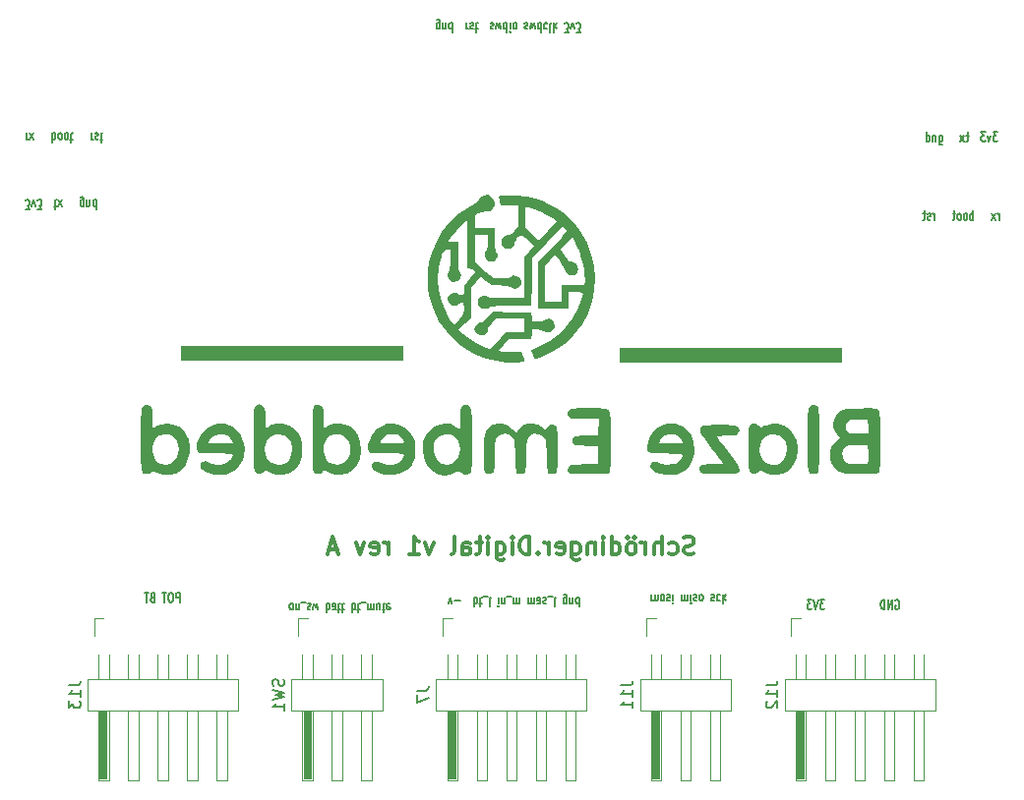
<source format=gbr>
%TF.GenerationSoftware,KiCad,Pcbnew,(6.0.0)*%
%TF.CreationDate,2022-06-06T22:40:17+03:00*%
%TF.ProjectId,basic_digital,62617369-635f-4646-9967-6974616c2e6b,rev?*%
%TF.SameCoordinates,Original*%
%TF.FileFunction,Legend,Bot*%
%TF.FilePolarity,Positive*%
%FSLAX46Y46*%
G04 Gerber Fmt 4.6, Leading zero omitted, Abs format (unit mm)*
G04 Created by KiCad (PCBNEW (6.0.0)) date 2022-06-06 22:40:17*
%MOMM*%
%LPD*%
G01*
G04 APERTURE LIST*
%ADD10C,0.150000*%
%ADD11C,0.300000*%
%ADD12C,0.120000*%
%ADD13R,0.760000X6.000000*%
G04 APERTURE END LIST*
D10*
X175942857Y16638095D02*
X175571428Y16638095D01*
X175771428Y16333333D01*
X175685714Y16333333D01*
X175628571Y16295238D01*
X175600000Y16257142D01*
X175571428Y16180952D01*
X175571428Y15990476D01*
X175600000Y15914285D01*
X175628571Y15876190D01*
X175685714Y15838095D01*
X175857142Y15838095D01*
X175914285Y15876190D01*
X175942857Y15914285D01*
X175400000Y16638095D02*
X175200000Y15838095D01*
X175000000Y16638095D01*
X174857142Y16638095D02*
X174485714Y16638095D01*
X174685714Y16333333D01*
X174600000Y16333333D01*
X174542857Y16295238D01*
X174514285Y16257142D01*
X174485714Y16180952D01*
X174485714Y15990476D01*
X174514285Y15914285D01*
X174542857Y15876190D01*
X174600000Y15838095D01*
X174771428Y15838095D01*
X174828571Y15876190D01*
X174857142Y15914285D01*
X182057142Y16600000D02*
X182114285Y16638095D01*
X182200000Y16638095D01*
X182285714Y16600000D01*
X182342857Y16523809D01*
X182371428Y16447619D01*
X182400000Y16295238D01*
X182400000Y16180952D01*
X182371428Y16028571D01*
X182342857Y15952380D01*
X182285714Y15876190D01*
X182200000Y15838095D01*
X182142857Y15838095D01*
X182057142Y15876190D01*
X182028571Y15914285D01*
X182028571Y16180952D01*
X182142857Y16180952D01*
X181771428Y15838095D02*
X181771428Y16638095D01*
X181428571Y15838095D01*
X181428571Y16638095D01*
X181142857Y15838095D02*
X181142857Y16638095D01*
X181000000Y16638095D01*
X180914285Y16600000D01*
X180857142Y16523809D01*
X180828571Y16447619D01*
X180800000Y16295238D01*
X180800000Y16180952D01*
X180828571Y16028571D01*
X180857142Y15952380D01*
X180914285Y15876190D01*
X181000000Y15838095D01*
X181142857Y15838095D01*
X120457142Y16438095D02*
X120457142Y17238095D01*
X120228571Y17238095D01*
X120171428Y17200000D01*
X120142857Y17161904D01*
X120114285Y17085714D01*
X120114285Y16971428D01*
X120142857Y16895238D01*
X120171428Y16857142D01*
X120228571Y16819047D01*
X120457142Y16819047D01*
X119742857Y17238095D02*
X119628571Y17238095D01*
X119571428Y17200000D01*
X119514285Y17123809D01*
X119485714Y16971428D01*
X119485714Y16704761D01*
X119514285Y16552380D01*
X119571428Y16476190D01*
X119628571Y16438095D01*
X119742857Y16438095D01*
X119800000Y16476190D01*
X119857142Y16552380D01*
X119885714Y16704761D01*
X119885714Y16971428D01*
X119857142Y17123809D01*
X119800000Y17200000D01*
X119742857Y17238095D01*
X119314285Y17238095D02*
X118971428Y17238095D01*
X119142857Y16438095D02*
X119142857Y17238095D01*
X118114285Y16857142D02*
X118028571Y16819047D01*
X118000000Y16780952D01*
X117971428Y16704761D01*
X117971428Y16590476D01*
X118000000Y16514285D01*
X118028571Y16476190D01*
X118085714Y16438095D01*
X118314285Y16438095D01*
X118314285Y17238095D01*
X118114285Y17238095D01*
X118057142Y17200000D01*
X118028571Y17161904D01*
X118000000Y17085714D01*
X118000000Y17009523D01*
X118028571Y16933333D01*
X118057142Y16895238D01*
X118114285Y16857142D01*
X118314285Y16857142D01*
X117800000Y17238095D02*
X117457142Y17238095D01*
X117628571Y16438095D02*
X117628571Y17238095D01*
X190835714Y56938095D02*
X190464285Y56938095D01*
X190664285Y56633333D01*
X190578571Y56633333D01*
X190521428Y56595238D01*
X190492857Y56557142D01*
X190464285Y56480952D01*
X190464285Y56290476D01*
X190492857Y56214285D01*
X190521428Y56176190D01*
X190578571Y56138095D01*
X190750000Y56138095D01*
X190807142Y56176190D01*
X190835714Y56214285D01*
X190264285Y56671428D02*
X190121428Y56138095D01*
X189978571Y56671428D01*
X189807142Y56938095D02*
X189435714Y56938095D01*
X189635714Y56633333D01*
X189550000Y56633333D01*
X189492857Y56595238D01*
X189464285Y56557142D01*
X189435714Y56480952D01*
X189435714Y56290476D01*
X189464285Y56214285D01*
X189492857Y56176190D01*
X189550000Y56138095D01*
X189721428Y56138095D01*
X189778571Y56176190D01*
X189807142Y56214285D01*
X188350000Y56671428D02*
X188121428Y56671428D01*
X188264285Y56938095D02*
X188264285Y56252380D01*
X188235714Y56176190D01*
X188178571Y56138095D01*
X188121428Y56138095D01*
X187978571Y56138095D02*
X187664285Y56671428D01*
X187978571Y56671428D02*
X187664285Y56138095D01*
X185807142Y56671428D02*
X185807142Y56023809D01*
X185835714Y55947619D01*
X185864285Y55909523D01*
X185921428Y55871428D01*
X186007142Y55871428D01*
X186064285Y55909523D01*
X185807142Y56176190D02*
X185864285Y56138095D01*
X185978571Y56138095D01*
X186035714Y56176190D01*
X186064285Y56214285D01*
X186092857Y56290476D01*
X186092857Y56519047D01*
X186064285Y56595238D01*
X186035714Y56633333D01*
X185978571Y56671428D01*
X185864285Y56671428D01*
X185807142Y56633333D01*
X185521428Y56671428D02*
X185521428Y56138095D01*
X185521428Y56595238D02*
X185492857Y56633333D01*
X185435714Y56671428D01*
X185350000Y56671428D01*
X185292857Y56633333D01*
X185264285Y56557142D01*
X185264285Y56138095D01*
X184721428Y56138095D02*
X184721428Y56938095D01*
X184721428Y56176190D02*
X184778571Y56138095D01*
X184892857Y56138095D01*
X184950000Y56176190D01*
X184978571Y56214285D01*
X185007142Y56290476D01*
X185007142Y56519047D01*
X184978571Y56595238D01*
X184950000Y56633333D01*
X184892857Y56671428D01*
X184778571Y56671428D01*
X184721428Y56633333D01*
X107257142Y56861904D02*
X107257142Y56328571D01*
X107257142Y56480952D02*
X107285714Y56404761D01*
X107314285Y56366666D01*
X107371428Y56328571D01*
X107428571Y56328571D01*
X107571428Y56861904D02*
X107885714Y56328571D01*
X107571428Y56328571D02*
X107885714Y56861904D01*
X109485714Y56861904D02*
X109485714Y56061904D01*
X109485714Y56366666D02*
X109542857Y56328571D01*
X109657142Y56328571D01*
X109714285Y56366666D01*
X109742857Y56404761D01*
X109771428Y56480952D01*
X109771428Y56709523D01*
X109742857Y56785714D01*
X109714285Y56823809D01*
X109657142Y56861904D01*
X109542857Y56861904D01*
X109485714Y56823809D01*
X110114285Y56861904D02*
X110057142Y56823809D01*
X110028571Y56785714D01*
X110000000Y56709523D01*
X110000000Y56480952D01*
X110028571Y56404761D01*
X110057142Y56366666D01*
X110114285Y56328571D01*
X110200000Y56328571D01*
X110257142Y56366666D01*
X110285714Y56404761D01*
X110314285Y56480952D01*
X110314285Y56709523D01*
X110285714Y56785714D01*
X110257142Y56823809D01*
X110200000Y56861904D01*
X110114285Y56861904D01*
X110657142Y56861904D02*
X110600000Y56823809D01*
X110571428Y56785714D01*
X110542857Y56709523D01*
X110542857Y56480952D01*
X110571428Y56404761D01*
X110600000Y56366666D01*
X110657142Y56328571D01*
X110742857Y56328571D01*
X110800000Y56366666D01*
X110828571Y56404761D01*
X110857142Y56480952D01*
X110857142Y56709523D01*
X110828571Y56785714D01*
X110800000Y56823809D01*
X110742857Y56861904D01*
X110657142Y56861904D01*
X111028571Y56328571D02*
X111257142Y56328571D01*
X111114285Y56061904D02*
X111114285Y56747619D01*
X111142857Y56823809D01*
X111200000Y56861904D01*
X111257142Y56861904D01*
X112828571Y56861904D02*
X112828571Y56328571D01*
X112828571Y56480952D02*
X112857142Y56404761D01*
X112885714Y56366666D01*
X112942857Y56328571D01*
X113000000Y56328571D01*
X113171428Y56823809D02*
X113228571Y56861904D01*
X113342857Y56861904D01*
X113400000Y56823809D01*
X113428571Y56747619D01*
X113428571Y56709523D01*
X113400000Y56633333D01*
X113342857Y56595238D01*
X113257142Y56595238D01*
X113200000Y56557142D01*
X113171428Y56480952D01*
X113171428Y56442857D01*
X113200000Y56366666D01*
X113257142Y56328571D01*
X113342857Y56328571D01*
X113400000Y56366666D01*
X113600000Y56328571D02*
X113828571Y56328571D01*
X113685714Y56061904D02*
X113685714Y56747619D01*
X113714285Y56823809D01*
X113771428Y56861904D01*
X113828571Y56861904D01*
X130035714Y16361904D02*
X129978571Y16323809D01*
X129950000Y16285714D01*
X129921428Y16209523D01*
X129921428Y15980952D01*
X129950000Y15904761D01*
X129978571Y15866666D01*
X130035714Y15828571D01*
X130121428Y15828571D01*
X130178571Y15866666D01*
X130207142Y15904761D01*
X130235714Y15980952D01*
X130235714Y16209523D01*
X130207142Y16285714D01*
X130178571Y16323809D01*
X130121428Y16361904D01*
X130035714Y16361904D01*
X130492857Y15828571D02*
X130492857Y16361904D01*
X130492857Y15904761D02*
X130521428Y15866666D01*
X130578571Y15828571D01*
X130664285Y15828571D01*
X130721428Y15866666D01*
X130750000Y15942857D01*
X130750000Y16361904D01*
X130892857Y16438095D02*
X131350000Y16438095D01*
X131464285Y16323809D02*
X131521428Y16361904D01*
X131635714Y16361904D01*
X131692857Y16323809D01*
X131721428Y16247619D01*
X131721428Y16209523D01*
X131692857Y16133333D01*
X131635714Y16095238D01*
X131550000Y16095238D01*
X131492857Y16057142D01*
X131464285Y15980952D01*
X131464285Y15942857D01*
X131492857Y15866666D01*
X131550000Y15828571D01*
X131635714Y15828571D01*
X131692857Y15866666D01*
X131921428Y15828571D02*
X132035714Y16361904D01*
X132150000Y15980952D01*
X132264285Y16361904D01*
X132378571Y15828571D01*
X133064285Y16361904D02*
X133064285Y15561904D01*
X133064285Y15866666D02*
X133121428Y15828571D01*
X133235714Y15828571D01*
X133292857Y15866666D01*
X133321428Y15904761D01*
X133350000Y15980952D01*
X133350000Y16209523D01*
X133321428Y16285714D01*
X133292857Y16323809D01*
X133235714Y16361904D01*
X133121428Y16361904D01*
X133064285Y16323809D01*
X133864285Y16361904D02*
X133864285Y15942857D01*
X133835714Y15866666D01*
X133778571Y15828571D01*
X133664285Y15828571D01*
X133607142Y15866666D01*
X133864285Y16323809D02*
X133807142Y16361904D01*
X133664285Y16361904D01*
X133607142Y16323809D01*
X133578571Y16247619D01*
X133578571Y16171428D01*
X133607142Y16095238D01*
X133664285Y16057142D01*
X133807142Y16057142D01*
X133864285Y16019047D01*
X134064285Y15828571D02*
X134292857Y15828571D01*
X134150000Y15561904D02*
X134150000Y16247619D01*
X134178571Y16323809D01*
X134235714Y16361904D01*
X134292857Y16361904D01*
X134407142Y15828571D02*
X134635714Y15828571D01*
X134492857Y15561904D02*
X134492857Y16247619D01*
X134521428Y16323809D01*
X134578571Y16361904D01*
X134635714Y16361904D01*
X135292857Y16361904D02*
X135292857Y15561904D01*
X135292857Y15866666D02*
X135350000Y15828571D01*
X135464285Y15828571D01*
X135521428Y15866666D01*
X135550000Y15904761D01*
X135578571Y15980952D01*
X135578571Y16209523D01*
X135550000Y16285714D01*
X135521428Y16323809D01*
X135464285Y16361904D01*
X135350000Y16361904D01*
X135292857Y16323809D01*
X135750000Y15828571D02*
X135978571Y15828571D01*
X135835714Y15561904D02*
X135835714Y16247619D01*
X135864285Y16323809D01*
X135921428Y16361904D01*
X135978571Y16361904D01*
X136035714Y16438095D02*
X136492857Y16438095D01*
X136635714Y16361904D02*
X136635714Y15828571D01*
X136635714Y15904761D02*
X136664285Y15866666D01*
X136721428Y15828571D01*
X136807142Y15828571D01*
X136864285Y15866666D01*
X136892857Y15942857D01*
X136892857Y16361904D01*
X136892857Y15942857D02*
X136921428Y15866666D01*
X136978571Y15828571D01*
X137064285Y15828571D01*
X137121428Y15866666D01*
X137150000Y15942857D01*
X137150000Y16361904D01*
X137692857Y15828571D02*
X137692857Y16361904D01*
X137435714Y15828571D02*
X137435714Y16247619D01*
X137464285Y16323809D01*
X137521428Y16361904D01*
X137607142Y16361904D01*
X137664285Y16323809D01*
X137692857Y16285714D01*
X137892857Y15828571D02*
X138121428Y15828571D01*
X137978571Y15561904D02*
X137978571Y16247619D01*
X138007142Y16323809D01*
X138064285Y16361904D01*
X138121428Y16361904D01*
X138550000Y16323809D02*
X138492857Y16361904D01*
X138378571Y16361904D01*
X138321428Y16323809D01*
X138292857Y16247619D01*
X138292857Y15942857D01*
X138321428Y15866666D01*
X138378571Y15828571D01*
X138492857Y15828571D01*
X138550000Y15866666D01*
X138578571Y15942857D01*
X138578571Y16019047D01*
X138292857Y16095238D01*
D11*
X164714285Y20642857D02*
X164500000Y20571428D01*
X164142857Y20571428D01*
X164000000Y20642857D01*
X163928571Y20714285D01*
X163857142Y20857142D01*
X163857142Y21000000D01*
X163928571Y21142857D01*
X164000000Y21214285D01*
X164142857Y21285714D01*
X164428571Y21357142D01*
X164571428Y21428571D01*
X164642857Y21500000D01*
X164714285Y21642857D01*
X164714285Y21785714D01*
X164642857Y21928571D01*
X164571428Y22000000D01*
X164428571Y22071428D01*
X164071428Y22071428D01*
X163857142Y22000000D01*
X162571428Y20642857D02*
X162714285Y20571428D01*
X163000000Y20571428D01*
X163142857Y20642857D01*
X163214285Y20714285D01*
X163285714Y20857142D01*
X163285714Y21285714D01*
X163214285Y21428571D01*
X163142857Y21500000D01*
X163000000Y21571428D01*
X162714285Y21571428D01*
X162571428Y21500000D01*
X161928571Y20571428D02*
X161928571Y22071428D01*
X161285714Y20571428D02*
X161285714Y21357142D01*
X161357142Y21500000D01*
X161500000Y21571428D01*
X161714285Y21571428D01*
X161857142Y21500000D01*
X161928571Y21428571D01*
X160571428Y20571428D02*
X160571428Y21571428D01*
X160571428Y21285714D02*
X160500000Y21428571D01*
X160428571Y21500000D01*
X160285714Y21571428D01*
X160142857Y21571428D01*
X159428571Y20571428D02*
X159571428Y20642857D01*
X159642857Y20714285D01*
X159714285Y20857142D01*
X159714285Y21285714D01*
X159642857Y21428571D01*
X159571428Y21500000D01*
X159428571Y21571428D01*
X159214285Y21571428D01*
X159071428Y21500000D01*
X159000000Y21428571D01*
X158928571Y21285714D01*
X158928571Y20857142D01*
X159000000Y20714285D01*
X159071428Y20642857D01*
X159214285Y20571428D01*
X159428571Y20571428D01*
X159571428Y22071428D02*
X159500000Y22000000D01*
X159571428Y21928571D01*
X159642857Y22000000D01*
X159571428Y22071428D01*
X159571428Y21928571D01*
X159000000Y22071428D02*
X158928571Y22000000D01*
X159000000Y21928571D01*
X159071428Y22000000D01*
X159000000Y22071428D01*
X159000000Y21928571D01*
X157642857Y20571428D02*
X157642857Y22071428D01*
X157642857Y20642857D02*
X157785714Y20571428D01*
X158071428Y20571428D01*
X158214285Y20642857D01*
X158285714Y20714285D01*
X158357142Y20857142D01*
X158357142Y21285714D01*
X158285714Y21428571D01*
X158214285Y21500000D01*
X158071428Y21571428D01*
X157785714Y21571428D01*
X157642857Y21500000D01*
X156928571Y20571428D02*
X156928571Y21571428D01*
X156928571Y22071428D02*
X157000000Y22000000D01*
X156928571Y21928571D01*
X156857142Y22000000D01*
X156928571Y22071428D01*
X156928571Y21928571D01*
X156214285Y21571428D02*
X156214285Y20571428D01*
X156214285Y21428571D02*
X156142857Y21500000D01*
X156000000Y21571428D01*
X155785714Y21571428D01*
X155642857Y21500000D01*
X155571428Y21357142D01*
X155571428Y20571428D01*
X154214285Y21571428D02*
X154214285Y20357142D01*
X154285714Y20214285D01*
X154357142Y20142857D01*
X154500000Y20071428D01*
X154714285Y20071428D01*
X154857142Y20142857D01*
X154214285Y20642857D02*
X154357142Y20571428D01*
X154642857Y20571428D01*
X154785714Y20642857D01*
X154857142Y20714285D01*
X154928571Y20857142D01*
X154928571Y21285714D01*
X154857142Y21428571D01*
X154785714Y21500000D01*
X154642857Y21571428D01*
X154357142Y21571428D01*
X154214285Y21500000D01*
X152928571Y20642857D02*
X153071428Y20571428D01*
X153357142Y20571428D01*
X153500000Y20642857D01*
X153571428Y20785714D01*
X153571428Y21357142D01*
X153500000Y21500000D01*
X153357142Y21571428D01*
X153071428Y21571428D01*
X152928571Y21500000D01*
X152857142Y21357142D01*
X152857142Y21214285D01*
X153571428Y21071428D01*
X152214285Y20571428D02*
X152214285Y21571428D01*
X152214285Y21285714D02*
X152142857Y21428571D01*
X152071428Y21500000D01*
X151928571Y21571428D01*
X151785714Y21571428D01*
X151285714Y20714285D02*
X151214285Y20642857D01*
X151285714Y20571428D01*
X151357142Y20642857D01*
X151285714Y20714285D01*
X151285714Y20571428D01*
X150571428Y20571428D02*
X150571428Y22071428D01*
X150214285Y22071428D01*
X150000000Y22000000D01*
X149857142Y21857142D01*
X149785714Y21714285D01*
X149714285Y21428571D01*
X149714285Y21214285D01*
X149785714Y20928571D01*
X149857142Y20785714D01*
X150000000Y20642857D01*
X150214285Y20571428D01*
X150571428Y20571428D01*
X149071428Y20571428D02*
X149071428Y21571428D01*
X149071428Y22071428D02*
X149142857Y22000000D01*
X149071428Y21928571D01*
X149000000Y22000000D01*
X149071428Y22071428D01*
X149071428Y21928571D01*
X147714285Y21571428D02*
X147714285Y20357142D01*
X147785714Y20214285D01*
X147857142Y20142857D01*
X148000000Y20071428D01*
X148214285Y20071428D01*
X148357142Y20142857D01*
X147714285Y20642857D02*
X147857142Y20571428D01*
X148142857Y20571428D01*
X148285714Y20642857D01*
X148357142Y20714285D01*
X148428571Y20857142D01*
X148428571Y21285714D01*
X148357142Y21428571D01*
X148285714Y21500000D01*
X148142857Y21571428D01*
X147857142Y21571428D01*
X147714285Y21500000D01*
X147000000Y20571428D02*
X147000000Y21571428D01*
X147000000Y22071428D02*
X147071428Y22000000D01*
X147000000Y21928571D01*
X146928571Y22000000D01*
X147000000Y22071428D01*
X147000000Y21928571D01*
X146500000Y21571428D02*
X145928571Y21571428D01*
X146285714Y22071428D02*
X146285714Y20785714D01*
X146214285Y20642857D01*
X146071428Y20571428D01*
X145928571Y20571428D01*
X144785714Y20571428D02*
X144785714Y21357142D01*
X144857142Y21500000D01*
X145000000Y21571428D01*
X145285714Y21571428D01*
X145428571Y21500000D01*
X144785714Y20642857D02*
X144928571Y20571428D01*
X145285714Y20571428D01*
X145428571Y20642857D01*
X145500000Y20785714D01*
X145500000Y20928571D01*
X145428571Y21071428D01*
X145285714Y21142857D01*
X144928571Y21142857D01*
X144785714Y21214285D01*
X143857142Y20571428D02*
X144000000Y20642857D01*
X144071428Y20785714D01*
X144071428Y22071428D01*
X142285714Y21571428D02*
X141928571Y20571428D01*
X141571428Y21571428D01*
X140214285Y20571428D02*
X141071428Y20571428D01*
X140642857Y20571428D02*
X140642857Y22071428D01*
X140785714Y21857142D01*
X140928571Y21714285D01*
X141071428Y21642857D01*
X138428571Y20571428D02*
X138428571Y21571428D01*
X138428571Y21285714D02*
X138357142Y21428571D01*
X138285714Y21500000D01*
X138142857Y21571428D01*
X138000000Y21571428D01*
X136928571Y20642857D02*
X137071428Y20571428D01*
X137357142Y20571428D01*
X137500000Y20642857D01*
X137571428Y20785714D01*
X137571428Y21357142D01*
X137500000Y21500000D01*
X137357142Y21571428D01*
X137071428Y21571428D01*
X136928571Y21500000D01*
X136857142Y21357142D01*
X136857142Y21214285D01*
X137571428Y21071428D01*
X136357142Y21571428D02*
X136000000Y20571428D01*
X135642857Y21571428D01*
X134000000Y21000000D02*
X133285714Y21000000D01*
X134142857Y20571428D02*
X133642857Y22071428D01*
X133142857Y20571428D01*
D10*
X107164285Y50311904D02*
X107535714Y50311904D01*
X107335714Y50616666D01*
X107421428Y50616666D01*
X107478571Y50654761D01*
X107507142Y50692857D01*
X107535714Y50769047D01*
X107535714Y50959523D01*
X107507142Y51035714D01*
X107478571Y51073809D01*
X107421428Y51111904D01*
X107250000Y51111904D01*
X107192857Y51073809D01*
X107164285Y51035714D01*
X107735714Y50578571D02*
X107878571Y51111904D01*
X108021428Y50578571D01*
X108192857Y50311904D02*
X108564285Y50311904D01*
X108364285Y50616666D01*
X108450000Y50616666D01*
X108507142Y50654761D01*
X108535714Y50692857D01*
X108564285Y50769047D01*
X108564285Y50959523D01*
X108535714Y51035714D01*
X108507142Y51073809D01*
X108450000Y51111904D01*
X108278571Y51111904D01*
X108221428Y51073809D01*
X108192857Y51035714D01*
X109650000Y50578571D02*
X109878571Y50578571D01*
X109735714Y50311904D02*
X109735714Y50997619D01*
X109764285Y51073809D01*
X109821428Y51111904D01*
X109878571Y51111904D01*
X110021428Y51111904D02*
X110335714Y50578571D01*
X110021428Y50578571D02*
X110335714Y51111904D01*
X112192857Y50578571D02*
X112192857Y51226190D01*
X112164285Y51302380D01*
X112135714Y51340476D01*
X112078571Y51378571D01*
X111992857Y51378571D01*
X111935714Y51340476D01*
X112192857Y51073809D02*
X112135714Y51111904D01*
X112021428Y51111904D01*
X111964285Y51073809D01*
X111935714Y51035714D01*
X111907142Y50959523D01*
X111907142Y50730952D01*
X111935714Y50654761D01*
X111964285Y50616666D01*
X112021428Y50578571D01*
X112135714Y50578571D01*
X112192857Y50616666D01*
X112478571Y50578571D02*
X112478571Y51111904D01*
X112478571Y50654761D02*
X112507142Y50616666D01*
X112564285Y50578571D01*
X112650000Y50578571D01*
X112707142Y50616666D01*
X112735714Y50692857D01*
X112735714Y51111904D01*
X113278571Y51111904D02*
X113278571Y50311904D01*
X113278571Y51073809D02*
X113221428Y51111904D01*
X113107142Y51111904D01*
X113050000Y51073809D01*
X113021428Y51035714D01*
X112992857Y50959523D01*
X112992857Y50730952D01*
X113021428Y50654761D01*
X113050000Y50616666D01*
X113107142Y50578571D01*
X113221428Y50578571D01*
X113278571Y50616666D01*
X142835714Y65828571D02*
X142835714Y66476190D01*
X142807142Y66552380D01*
X142778571Y66590476D01*
X142721428Y66628571D01*
X142635714Y66628571D01*
X142578571Y66590476D01*
X142835714Y66323809D02*
X142778571Y66361904D01*
X142664285Y66361904D01*
X142607142Y66323809D01*
X142578571Y66285714D01*
X142550000Y66209523D01*
X142550000Y65980952D01*
X142578571Y65904761D01*
X142607142Y65866666D01*
X142664285Y65828571D01*
X142778571Y65828571D01*
X142835714Y65866666D01*
X143121428Y65828571D02*
X143121428Y66361904D01*
X143121428Y65904761D02*
X143150000Y65866666D01*
X143207142Y65828571D01*
X143292857Y65828571D01*
X143350000Y65866666D01*
X143378571Y65942857D01*
X143378571Y66361904D01*
X143921428Y66361904D02*
X143921428Y65561904D01*
X143921428Y66323809D02*
X143864285Y66361904D01*
X143750000Y66361904D01*
X143692857Y66323809D01*
X143664285Y66285714D01*
X143635714Y66209523D01*
X143635714Y65980952D01*
X143664285Y65904761D01*
X143692857Y65866666D01*
X143750000Y65828571D01*
X143864285Y65828571D01*
X143921428Y65866666D01*
X145121428Y66361904D02*
X145121428Y65828571D01*
X145121428Y65980952D02*
X145150000Y65904761D01*
X145178571Y65866666D01*
X145235714Y65828571D01*
X145292857Y65828571D01*
X145464285Y66323809D02*
X145521428Y66361904D01*
X145635714Y66361904D01*
X145692857Y66323809D01*
X145721428Y66247619D01*
X145721428Y66209523D01*
X145692857Y66133333D01*
X145635714Y66095238D01*
X145550000Y66095238D01*
X145492857Y66057142D01*
X145464285Y65980952D01*
X145464285Y65942857D01*
X145492857Y65866666D01*
X145550000Y65828571D01*
X145635714Y65828571D01*
X145692857Y65866666D01*
X145892857Y65828571D02*
X146121428Y65828571D01*
X145978571Y65561904D02*
X145978571Y66247619D01*
X146007142Y66323809D01*
X146064285Y66361904D01*
X146121428Y66361904D01*
X147207142Y66323809D02*
X147264285Y66361904D01*
X147378571Y66361904D01*
X147435714Y66323809D01*
X147464285Y66247619D01*
X147464285Y66209523D01*
X147435714Y66133333D01*
X147378571Y66095238D01*
X147292857Y66095238D01*
X147235714Y66057142D01*
X147207142Y65980952D01*
X147207142Y65942857D01*
X147235714Y65866666D01*
X147292857Y65828571D01*
X147378571Y65828571D01*
X147435714Y65866666D01*
X147664285Y65828571D02*
X147778571Y66361904D01*
X147892857Y65980952D01*
X148007142Y66361904D01*
X148121428Y65828571D01*
X148607142Y66361904D02*
X148607142Y65561904D01*
X148607142Y66323809D02*
X148549999Y66361904D01*
X148435714Y66361904D01*
X148378571Y66323809D01*
X148349999Y66285714D01*
X148321428Y66209523D01*
X148321428Y65980952D01*
X148349999Y65904761D01*
X148378571Y65866666D01*
X148435714Y65828571D01*
X148549999Y65828571D01*
X148607142Y65866666D01*
X148892857Y66361904D02*
X148892857Y65828571D01*
X148892857Y65561904D02*
X148864285Y65600000D01*
X148892857Y65638095D01*
X148921428Y65600000D01*
X148892857Y65561904D01*
X148892857Y65638095D01*
X149264285Y66361904D02*
X149207142Y66323809D01*
X149178571Y66285714D01*
X149149999Y66209523D01*
X149149999Y65980952D01*
X149178571Y65904761D01*
X149207142Y65866666D01*
X149264285Y65828571D01*
X149349999Y65828571D01*
X149407142Y65866666D01*
X149435714Y65904761D01*
X149464285Y65980952D01*
X149464285Y66209523D01*
X149435714Y66285714D01*
X149407142Y66323809D01*
X149349999Y66361904D01*
X149264285Y66361904D01*
X150149999Y66323809D02*
X150207142Y66361904D01*
X150321428Y66361904D01*
X150378571Y66323809D01*
X150407142Y66247619D01*
X150407142Y66209523D01*
X150378571Y66133333D01*
X150321428Y66095238D01*
X150235714Y66095238D01*
X150178571Y66057142D01*
X150149999Y65980952D01*
X150149999Y65942857D01*
X150178571Y65866666D01*
X150235714Y65828571D01*
X150321428Y65828571D01*
X150378571Y65866666D01*
X150607142Y65828571D02*
X150721428Y66361904D01*
X150835714Y65980952D01*
X150949999Y66361904D01*
X151064285Y65828571D01*
X151549999Y66361904D02*
X151549999Y65561904D01*
X151549999Y66323809D02*
X151492857Y66361904D01*
X151378571Y66361904D01*
X151321428Y66323809D01*
X151292857Y66285714D01*
X151264285Y66209523D01*
X151264285Y65980952D01*
X151292857Y65904761D01*
X151321428Y65866666D01*
X151378571Y65828571D01*
X151492857Y65828571D01*
X151549999Y65866666D01*
X152092857Y66323809D02*
X152035714Y66361904D01*
X151921428Y66361904D01*
X151864285Y66323809D01*
X151835714Y66285714D01*
X151807142Y66209523D01*
X151807142Y65980952D01*
X151835714Y65904761D01*
X151864285Y65866666D01*
X151921428Y65828571D01*
X152035714Y65828571D01*
X152092857Y65866666D01*
X152435714Y66361904D02*
X152378571Y66323809D01*
X152349999Y66247619D01*
X152349999Y65561904D01*
X152664285Y66361904D02*
X152664285Y65561904D01*
X152721428Y66057142D02*
X152892857Y66361904D01*
X152892857Y65828571D02*
X152664285Y66133333D01*
X153549999Y65561904D02*
X153921428Y65561904D01*
X153721428Y65866666D01*
X153807142Y65866666D01*
X153864285Y65904761D01*
X153892857Y65942857D01*
X153921428Y66019047D01*
X153921428Y66209523D01*
X153892857Y66285714D01*
X153864285Y66323809D01*
X153807142Y66361904D01*
X153635714Y66361904D01*
X153578571Y66323809D01*
X153549999Y66285714D01*
X154121428Y65828571D02*
X154264285Y66361904D01*
X154407142Y65828571D01*
X154578571Y65561904D02*
X154949999Y65561904D01*
X154749999Y65866666D01*
X154835714Y65866666D01*
X154892857Y65904761D01*
X154921428Y65942857D01*
X154949999Y66019047D01*
X154949999Y66209523D01*
X154921428Y66285714D01*
X154892857Y66323809D01*
X154835714Y66361904D01*
X154664285Y66361904D01*
X154607142Y66323809D01*
X154578571Y66285714D01*
X161078571Y17111904D02*
X161078571Y16578571D01*
X161078571Y16654761D02*
X161107142Y16616666D01*
X161164285Y16578571D01*
X161250000Y16578571D01*
X161307142Y16616666D01*
X161335714Y16692857D01*
X161335714Y17111904D01*
X161335714Y16692857D02*
X161364285Y16616666D01*
X161421428Y16578571D01*
X161507142Y16578571D01*
X161564285Y16616666D01*
X161592857Y16692857D01*
X161592857Y17111904D01*
X161964285Y17111904D02*
X161907142Y17073809D01*
X161878571Y17035714D01*
X161850000Y16959523D01*
X161850000Y16730952D01*
X161878571Y16654761D01*
X161907142Y16616666D01*
X161964285Y16578571D01*
X162050000Y16578571D01*
X162107142Y16616666D01*
X162135714Y16654761D01*
X162164285Y16730952D01*
X162164285Y16959523D01*
X162135714Y17035714D01*
X162107142Y17073809D01*
X162050000Y17111904D01*
X161964285Y17111904D01*
X162392857Y17073809D02*
X162450000Y17111904D01*
X162564285Y17111904D01*
X162621428Y17073809D01*
X162650000Y16997619D01*
X162650000Y16959523D01*
X162621428Y16883333D01*
X162564285Y16845238D01*
X162478571Y16845238D01*
X162421428Y16807142D01*
X162392857Y16730952D01*
X162392857Y16692857D01*
X162421428Y16616666D01*
X162478571Y16578571D01*
X162564285Y16578571D01*
X162621428Y16616666D01*
X162907142Y17111904D02*
X162907142Y16578571D01*
X162907142Y16311904D02*
X162878571Y16350000D01*
X162907142Y16388095D01*
X162935714Y16350000D01*
X162907142Y16311904D01*
X162907142Y16388095D01*
X163650000Y17111904D02*
X163650000Y16578571D01*
X163650000Y16654761D02*
X163678571Y16616666D01*
X163735714Y16578571D01*
X163821428Y16578571D01*
X163878571Y16616666D01*
X163907142Y16692857D01*
X163907142Y17111904D01*
X163907142Y16692857D02*
X163935714Y16616666D01*
X163992857Y16578571D01*
X164078571Y16578571D01*
X164135714Y16616666D01*
X164164285Y16692857D01*
X164164285Y17111904D01*
X164450000Y17111904D02*
X164450000Y16578571D01*
X164450000Y16311904D02*
X164421428Y16350000D01*
X164450000Y16388095D01*
X164478571Y16350000D01*
X164450000Y16311904D01*
X164450000Y16388095D01*
X164707142Y17073809D02*
X164764285Y17111904D01*
X164878571Y17111904D01*
X164935714Y17073809D01*
X164964285Y16997619D01*
X164964285Y16959523D01*
X164935714Y16883333D01*
X164878571Y16845238D01*
X164792857Y16845238D01*
X164735714Y16807142D01*
X164707142Y16730952D01*
X164707142Y16692857D01*
X164735714Y16616666D01*
X164792857Y16578571D01*
X164878571Y16578571D01*
X164935714Y16616666D01*
X165307142Y17111904D02*
X165250000Y17073809D01*
X165221428Y17035714D01*
X165192857Y16959523D01*
X165192857Y16730952D01*
X165221428Y16654761D01*
X165250000Y16616666D01*
X165307142Y16578571D01*
X165392857Y16578571D01*
X165450000Y16616666D01*
X165478571Y16654761D01*
X165507142Y16730952D01*
X165507142Y16959523D01*
X165478571Y17035714D01*
X165450000Y17073809D01*
X165392857Y17111904D01*
X165307142Y17111904D01*
X166192857Y17073809D02*
X166250000Y17111904D01*
X166364285Y17111904D01*
X166421428Y17073809D01*
X166450000Y16997619D01*
X166450000Y16959523D01*
X166421428Y16883333D01*
X166364285Y16845238D01*
X166278571Y16845238D01*
X166221428Y16807142D01*
X166192857Y16730952D01*
X166192857Y16692857D01*
X166221428Y16616666D01*
X166278571Y16578571D01*
X166364285Y16578571D01*
X166421428Y16616666D01*
X166964285Y17073809D02*
X166907142Y17111904D01*
X166792857Y17111904D01*
X166735714Y17073809D01*
X166707142Y17035714D01*
X166678571Y16959523D01*
X166678571Y16730952D01*
X166707142Y16654761D01*
X166735714Y16616666D01*
X166792857Y16578571D01*
X166907142Y16578571D01*
X166964285Y16616666D01*
X167221428Y17111904D02*
X167221428Y16311904D01*
X167278571Y16807142D02*
X167450000Y17111904D01*
X167450000Y16578571D02*
X167221428Y16883333D01*
X190992857Y49388095D02*
X190992857Y49921428D01*
X190992857Y49769047D02*
X190964285Y49845238D01*
X190935714Y49883333D01*
X190878571Y49921428D01*
X190821428Y49921428D01*
X190678571Y49388095D02*
X190364285Y49921428D01*
X190678571Y49921428D02*
X190364285Y49388095D01*
X188764285Y49388095D02*
X188764285Y50188095D01*
X188764285Y49883333D02*
X188707142Y49921428D01*
X188592857Y49921428D01*
X188535714Y49883333D01*
X188507142Y49845238D01*
X188478571Y49769047D01*
X188478571Y49540476D01*
X188507142Y49464285D01*
X188535714Y49426190D01*
X188592857Y49388095D01*
X188707142Y49388095D01*
X188764285Y49426190D01*
X188135714Y49388095D02*
X188192857Y49426190D01*
X188221428Y49464285D01*
X188250000Y49540476D01*
X188250000Y49769047D01*
X188221428Y49845238D01*
X188192857Y49883333D01*
X188135714Y49921428D01*
X188050000Y49921428D01*
X187992857Y49883333D01*
X187964285Y49845238D01*
X187935714Y49769047D01*
X187935714Y49540476D01*
X187964285Y49464285D01*
X187992857Y49426190D01*
X188050000Y49388095D01*
X188135714Y49388095D01*
X187592857Y49388095D02*
X187650000Y49426190D01*
X187678571Y49464285D01*
X187707142Y49540476D01*
X187707142Y49769047D01*
X187678571Y49845238D01*
X187650000Y49883333D01*
X187592857Y49921428D01*
X187507142Y49921428D01*
X187450000Y49883333D01*
X187421428Y49845238D01*
X187392857Y49769047D01*
X187392857Y49540476D01*
X187421428Y49464285D01*
X187450000Y49426190D01*
X187507142Y49388095D01*
X187592857Y49388095D01*
X187221428Y49921428D02*
X186992857Y49921428D01*
X187135714Y50188095D02*
X187135714Y49502380D01*
X187107142Y49426190D01*
X187050000Y49388095D01*
X186992857Y49388095D01*
X185421428Y49388095D02*
X185421428Y49921428D01*
X185421428Y49769047D02*
X185392857Y49845238D01*
X185364285Y49883333D01*
X185307142Y49921428D01*
X185250000Y49921428D01*
X185078571Y49426190D02*
X185021428Y49388095D01*
X184907142Y49388095D01*
X184850000Y49426190D01*
X184821428Y49502380D01*
X184821428Y49540476D01*
X184850000Y49616666D01*
X184907142Y49654761D01*
X184992857Y49654761D01*
X185050000Y49692857D01*
X185078571Y49769047D01*
X185078571Y49807142D01*
X185050000Y49883333D01*
X184992857Y49921428D01*
X184907142Y49921428D01*
X184850000Y49883333D01*
X184650000Y49921428D02*
X184421428Y49921428D01*
X184564285Y50188095D02*
X184564285Y49502380D01*
X184535714Y49426190D01*
X184478571Y49388095D01*
X184421428Y49388095D01*
X143607142Y16328571D02*
X143750000Y16861904D01*
X143892857Y16328571D01*
X144121428Y16557142D02*
X144578571Y16557142D01*
X145778571Y16861904D02*
X145778571Y16061904D01*
X145778571Y16366666D02*
X145835714Y16328571D01*
X145950000Y16328571D01*
X146007142Y16366666D01*
X146035714Y16404761D01*
X146064285Y16480952D01*
X146064285Y16709523D01*
X146035714Y16785714D01*
X146007142Y16823809D01*
X145950000Y16861904D01*
X145835714Y16861904D01*
X145778571Y16823809D01*
X146235714Y16328571D02*
X146464285Y16328571D01*
X146321428Y16061904D02*
X146321428Y16747619D01*
X146350000Y16823809D01*
X146407142Y16861904D01*
X146464285Y16861904D01*
X146521428Y16938095D02*
X146978571Y16938095D01*
X147207142Y16861904D02*
X147150000Y16823809D01*
X147121428Y16747619D01*
X147121428Y16061904D01*
X147892857Y16861904D02*
X147892857Y16328571D01*
X147892857Y16061904D02*
X147864285Y16100000D01*
X147892857Y16138095D01*
X147921428Y16100000D01*
X147892857Y16061904D01*
X147892857Y16138095D01*
X148178571Y16328571D02*
X148178571Y16861904D01*
X148178571Y16404761D02*
X148207142Y16366666D01*
X148264285Y16328571D01*
X148350000Y16328571D01*
X148407142Y16366666D01*
X148435714Y16442857D01*
X148435714Y16861904D01*
X148578571Y16938095D02*
X149035714Y16938095D01*
X149178571Y16861904D02*
X149178571Y16328571D01*
X149178571Y16404761D02*
X149207142Y16366666D01*
X149264285Y16328571D01*
X149350000Y16328571D01*
X149407142Y16366666D01*
X149435714Y16442857D01*
X149435714Y16861904D01*
X149435714Y16442857D02*
X149464285Y16366666D01*
X149521428Y16328571D01*
X149607142Y16328571D01*
X149664285Y16366666D01*
X149692857Y16442857D01*
X149692857Y16861904D01*
X150435714Y16861904D02*
X150435714Y16328571D01*
X150435714Y16404761D02*
X150464285Y16366666D01*
X150521428Y16328571D01*
X150607142Y16328571D01*
X150664285Y16366666D01*
X150692857Y16442857D01*
X150692857Y16861904D01*
X150692857Y16442857D02*
X150721428Y16366666D01*
X150778571Y16328571D01*
X150864285Y16328571D01*
X150921428Y16366666D01*
X150950000Y16442857D01*
X150950000Y16861904D01*
X151492857Y16861904D02*
X151492857Y16442857D01*
X151464285Y16366666D01*
X151407142Y16328571D01*
X151292857Y16328571D01*
X151235714Y16366666D01*
X151492857Y16823809D02*
X151435714Y16861904D01*
X151292857Y16861904D01*
X151235714Y16823809D01*
X151207142Y16747619D01*
X151207142Y16671428D01*
X151235714Y16595238D01*
X151292857Y16557142D01*
X151435714Y16557142D01*
X151492857Y16519047D01*
X151750000Y16823809D02*
X151807142Y16861904D01*
X151921428Y16861904D01*
X151978571Y16823809D01*
X152007142Y16747619D01*
X152007142Y16709523D01*
X151978571Y16633333D01*
X151921428Y16595238D01*
X151835714Y16595238D01*
X151778571Y16557142D01*
X151750000Y16480952D01*
X151750000Y16442857D01*
X151778571Y16366666D01*
X151835714Y16328571D01*
X151921428Y16328571D01*
X151978571Y16366666D01*
X152121428Y16938095D02*
X152578571Y16938095D01*
X152807142Y16861904D02*
X152750000Y16823809D01*
X152721428Y16747619D01*
X152721428Y16061904D01*
X153750000Y16328571D02*
X153750000Y16976190D01*
X153721428Y17052380D01*
X153692857Y17090476D01*
X153635714Y17128571D01*
X153550000Y17128571D01*
X153492857Y17090476D01*
X153750000Y16823809D02*
X153692857Y16861904D01*
X153578571Y16861904D01*
X153521428Y16823809D01*
X153492857Y16785714D01*
X153464285Y16709523D01*
X153464285Y16480952D01*
X153492857Y16404761D01*
X153521428Y16366666D01*
X153578571Y16328571D01*
X153692857Y16328571D01*
X153750000Y16366666D01*
X154035714Y16328571D02*
X154035714Y16861904D01*
X154035714Y16404761D02*
X154064285Y16366666D01*
X154121428Y16328571D01*
X154207142Y16328571D01*
X154264285Y16366666D01*
X154292857Y16442857D01*
X154292857Y16861904D01*
X154835714Y16861904D02*
X154835714Y16061904D01*
X154835714Y16823809D02*
X154778571Y16861904D01*
X154664285Y16861904D01*
X154607142Y16823809D01*
X154578571Y16785714D01*
X154550000Y16709523D01*
X154550000Y16480952D01*
X154578571Y16404761D01*
X154607142Y16366666D01*
X154664285Y16328571D01*
X154778571Y16328571D01*
X154835714Y16366666D01*
%TO.C,J13*%
X110902380Y9289523D02*
X111616666Y9289523D01*
X111759523Y9337142D01*
X111854761Y9432380D01*
X111902380Y9575238D01*
X111902380Y9670476D01*
X111902380Y8289523D02*
X111902380Y8860952D01*
X111902380Y8575238D02*
X110902380Y8575238D01*
X111045238Y8670476D01*
X111140476Y8765714D01*
X111188095Y8860952D01*
X110902380Y7956190D02*
X110902380Y7337142D01*
X111283333Y7670476D01*
X111283333Y7527619D01*
X111330952Y7432380D01*
X111378571Y7384761D01*
X111473809Y7337142D01*
X111711904Y7337142D01*
X111807142Y7384761D01*
X111854761Y7432380D01*
X111902380Y7527619D01*
X111902380Y7813333D01*
X111854761Y7908571D01*
X111807142Y7956190D01*
%TO.C,J12*%
X170902380Y9289523D02*
X171616666Y9289523D01*
X171759523Y9337142D01*
X171854761Y9432380D01*
X171902380Y9575238D01*
X171902380Y9670476D01*
X171902380Y8289523D02*
X171902380Y8860952D01*
X171902380Y8575238D02*
X170902380Y8575238D01*
X171045238Y8670476D01*
X171140476Y8765714D01*
X171188095Y8860952D01*
X170997619Y7908571D02*
X170950000Y7860952D01*
X170902380Y7765714D01*
X170902380Y7527619D01*
X170950000Y7432380D01*
X170997619Y7384761D01*
X171092857Y7337142D01*
X171188095Y7337142D01*
X171330952Y7384761D01*
X171902380Y7956190D01*
X171902380Y7337142D01*
%TO.C,J7*%
X140902380Y8813333D02*
X141616666Y8813333D01*
X141759523Y8860952D01*
X141854761Y8956190D01*
X141902380Y9099047D01*
X141902380Y9194285D01*
X140902380Y8432380D02*
X140902380Y7765714D01*
X141902380Y8194285D01*
%TO.C,J11*%
X158442380Y9289523D02*
X159156666Y9289523D01*
X159299523Y9337142D01*
X159394761Y9432380D01*
X159442380Y9575238D01*
X159442380Y9670476D01*
X159442380Y8289523D02*
X159442380Y8860952D01*
X159442380Y8575238D02*
X158442380Y8575238D01*
X158585238Y8670476D01*
X158680476Y8765714D01*
X158728095Y8860952D01*
X159442380Y7337142D02*
X159442380Y7908571D01*
X159442380Y7622857D02*
X158442380Y7622857D01*
X158585238Y7718095D01*
X158680476Y7813333D01*
X158728095Y7908571D01*
%TO.C,SW1*%
X129394761Y9813333D02*
X129442380Y9670476D01*
X129442380Y9432380D01*
X129394761Y9337142D01*
X129347142Y9289523D01*
X129251904Y9241904D01*
X129156666Y9241904D01*
X129061428Y9289523D01*
X129013809Y9337142D01*
X128966190Y9432380D01*
X128918571Y9622857D01*
X128870952Y9718095D01*
X128823333Y9765714D01*
X128728095Y9813333D01*
X128632857Y9813333D01*
X128537619Y9765714D01*
X128490000Y9718095D01*
X128442380Y9622857D01*
X128442380Y9384761D01*
X128490000Y9241904D01*
X128442380Y8908571D02*
X129442380Y8670476D01*
X128728095Y8480000D01*
X129442380Y8289523D01*
X128442380Y8051428D01*
X129442380Y7146666D02*
X129442380Y7718095D01*
X129442380Y7432380D02*
X128442380Y7432380D01*
X128585238Y7527619D01*
X128680476Y7622857D01*
X128728095Y7718095D01*
D12*
%TO.C,J13*%
X113100000Y15095000D02*
X113100000Y13525000D01*
X113920000Y15095000D02*
X113100000Y15095000D01*
X124520000Y1105000D02*
X124520000Y7105000D01*
X123640000Y1105000D02*
X124520000Y1105000D01*
X123640000Y7105000D02*
X123640000Y1105000D01*
X124520000Y11955000D02*
X124520000Y9845000D01*
X123640000Y11955000D02*
X123640000Y9845000D01*
X121980000Y1105000D02*
X121980000Y7105000D01*
X121100000Y1105000D02*
X121980000Y1105000D01*
X121100000Y7105000D02*
X121100000Y1105000D01*
X121980000Y11955000D02*
X121980000Y9845000D01*
X121100000Y11955000D02*
X121100000Y9845000D01*
X119440000Y1105000D02*
X119440000Y7105000D01*
X118560000Y1105000D02*
X119440000Y1105000D01*
X118560000Y7105000D02*
X118560000Y1105000D01*
X119440000Y11955000D02*
X119440000Y9845000D01*
X118560000Y11955000D02*
X118560000Y9845000D01*
X116900000Y1105000D02*
X116900000Y7105000D01*
X116020000Y1105000D02*
X116900000Y1105000D01*
X116020000Y7105000D02*
X116020000Y1105000D01*
X116900000Y11955000D02*
X116900000Y9845000D01*
X116020000Y11955000D02*
X116020000Y9845000D01*
X114360000Y1105000D02*
X114360000Y7105000D01*
X113480000Y1105000D02*
X114360000Y1105000D01*
X113480000Y7105000D02*
X113480000Y1105000D01*
X114360000Y11955000D02*
X114360000Y9845000D01*
X113480000Y11955000D02*
X113480000Y9845000D01*
X125470000Y9845000D02*
X112530000Y9845000D01*
X125470000Y7105000D02*
X125470000Y9845000D01*
X112530000Y7105000D02*
X125470000Y7105000D01*
X112530000Y9845000D02*
X112530000Y7105000D01*
%TO.C,J12*%
X172530000Y9845000D02*
X172530000Y7105000D01*
X172530000Y7105000D02*
X185470000Y7105000D01*
X185470000Y7105000D02*
X185470000Y9845000D01*
X185470000Y9845000D02*
X172530000Y9845000D01*
X173480000Y11955000D02*
X173480000Y9845000D01*
X174360000Y11955000D02*
X174360000Y9845000D01*
X173480000Y7105000D02*
X173480000Y1105000D01*
X173480000Y1105000D02*
X174360000Y1105000D01*
X174360000Y1105000D02*
X174360000Y7105000D01*
X176020000Y11955000D02*
X176020000Y9845000D01*
X176900000Y11955000D02*
X176900000Y9845000D01*
X176020000Y7105000D02*
X176020000Y1105000D01*
X176020000Y1105000D02*
X176900000Y1105000D01*
X176900000Y1105000D02*
X176900000Y7105000D01*
X178560000Y11955000D02*
X178560000Y9845000D01*
X179440000Y11955000D02*
X179440000Y9845000D01*
X178560000Y7105000D02*
X178560000Y1105000D01*
X178560000Y1105000D02*
X179440000Y1105000D01*
X179440000Y1105000D02*
X179440000Y7105000D01*
X181100000Y11955000D02*
X181100000Y9845000D01*
X181980000Y11955000D02*
X181980000Y9845000D01*
X181100000Y7105000D02*
X181100000Y1105000D01*
X181100000Y1105000D02*
X181980000Y1105000D01*
X181980000Y1105000D02*
X181980000Y7105000D01*
X183640000Y11955000D02*
X183640000Y9845000D01*
X184520000Y11955000D02*
X184520000Y9845000D01*
X183640000Y7105000D02*
X183640000Y1105000D01*
X183640000Y1105000D02*
X184520000Y1105000D01*
X184520000Y1105000D02*
X184520000Y7105000D01*
X173920000Y15095000D02*
X173100000Y15095000D01*
X173100000Y15095000D02*
X173100000Y13525000D01*
%TO.C,G\u002A\u002A\u002A*%
G36*
X148133999Y44326000D02*
G01*
X148233335Y44326493D01*
X148583518Y44341932D01*
X148801135Y44382523D01*
X148915334Y44453000D01*
X148996178Y44516743D01*
X149222539Y44574076D01*
X149479684Y44548028D01*
X149691834Y44439878D01*
X149766156Y44342562D01*
X149838403Y44094149D01*
X149823637Y43825598D01*
X149719166Y43617928D01*
X149523554Y43474831D01*
X149257838Y43437081D01*
X148949899Y43557365D01*
X148857366Y43607201D01*
X148640561Y43683604D01*
X148361488Y43722484D01*
X147967122Y43733334D01*
X147282590Y43733334D01*
X146839513Y44111866D01*
X146396436Y44490399D01*
X145962552Y43991551D01*
X145528667Y43492704D01*
X145528667Y40955628D01*
X144999931Y40444591D01*
X144471194Y39933555D01*
X144724764Y39667696D01*
X144863089Y39535407D01*
X145237435Y39239688D01*
X145691941Y38936990D01*
X146173582Y38661307D01*
X146629334Y38446636D01*
X147179667Y38222902D01*
X147425358Y38501618D01*
X147590450Y38685743D01*
X147834497Y38952980D01*
X148086318Y39224834D01*
X148501587Y39669334D01*
X150100667Y39669334D01*
X150100667Y40854667D01*
X147659725Y40854667D01*
X147313863Y40461747D01*
X147161620Y40269617D01*
X147021896Y40043167D01*
X146968000Y39882203D01*
X146959578Y39794017D01*
X146849322Y39585499D01*
X146646280Y39461903D01*
X146395079Y39431675D01*
X146140344Y39503261D01*
X145926700Y39685108D01*
X145846696Y39803976D01*
X145803517Y39963895D01*
X145860551Y40160959D01*
X145946021Y40301440D01*
X146119851Y40465749D01*
X146308971Y40564110D01*
X146457998Y40559572D01*
X146465723Y40557575D01*
X146567483Y40613429D01*
X146741528Y40764774D01*
X146955067Y40983635D01*
X147382162Y41450944D01*
X149058914Y41427972D01*
X150735667Y41405000D01*
X150761473Y41002834D01*
X150787278Y40600667D01*
X151227139Y40603360D01*
X151357758Y40608731D01*
X151642558Y40653304D01*
X151831349Y40730360D01*
X151951379Y40802104D01*
X152224163Y40851885D01*
X152473338Y40770619D01*
X152655021Y40579453D01*
X152725334Y40299533D01*
X152702791Y40115515D01*
X152572013Y39860972D01*
X152357726Y39708074D01*
X152098111Y39678428D01*
X151831349Y39793641D01*
X151768515Y39828933D01*
X151530642Y39894221D01*
X151227139Y39920641D01*
X150787278Y39923334D01*
X150761473Y39521167D01*
X150735667Y39119000D01*
X149746929Y39095200D01*
X148758191Y39071399D01*
X148327427Y38574162D01*
X147896663Y38076924D01*
X148320088Y38018689D01*
X148546870Y37997133D01*
X148929319Y37983074D01*
X149305061Y37989331D01*
X149866609Y38018209D01*
X150025649Y37613324D01*
X150074782Y37486126D01*
X150128071Y37296279D01*
X150089603Y37191082D01*
X149933779Y37136908D01*
X149635000Y37100127D01*
X149594803Y37096616D01*
X149320570Y37087579D01*
X148958795Y37090935D01*
X148576667Y37106291D01*
X147632732Y37223495D01*
X146587399Y37508384D01*
X145599232Y37947384D01*
X144683055Y38533733D01*
X143853690Y39260669D01*
X143400676Y39764385D01*
X142772014Y40660687D01*
X142293312Y41635121D01*
X141965986Y42685119D01*
X141936404Y42823292D01*
X141842832Y43503023D01*
X141809898Y44248660D01*
X141812243Y44316151D01*
X142676466Y44316151D01*
X142758257Y43329949D01*
X142997752Y42353143D01*
X143393506Y41404621D01*
X143529218Y41152014D01*
X143709079Y40846675D01*
X143860375Y40619630D01*
X144068314Y40342260D01*
X144502157Y40816953D01*
X144640842Y40970330D01*
X144806904Y41174488D01*
X144895038Y41342703D01*
X144929863Y41530355D01*
X144936000Y41792824D01*
X144935079Y41880072D01*
X144905851Y42162199D01*
X144824979Y42290483D01*
X144678164Y42274710D01*
X144451104Y42124667D01*
X144253298Y42005863D01*
X144074067Y41955334D01*
X143928210Y41995906D01*
X143724911Y42148118D01*
X143562840Y42359072D01*
X143496667Y42570520D01*
X143564712Y42816159D01*
X143743217Y43009041D01*
X143983871Y43121107D01*
X144238327Y43130076D01*
X144458239Y43013667D01*
X144555397Y42944760D01*
X144760620Y42886667D01*
X144818263Y42890500D01*
X144894481Y42937401D01*
X144928322Y43070950D01*
X144936000Y43332343D01*
X144940739Y43529744D01*
X144971003Y43704102D01*
X145049432Y43866903D01*
X145198627Y44063129D01*
X145441191Y44337763D01*
X145661109Y44584615D01*
X145808581Y44766962D01*
X145869764Y44882719D01*
X145859932Y44962042D01*
X145794357Y45035088D01*
X145647961Y45121666D01*
X145416167Y45172667D01*
X145190000Y45172667D01*
X145190000Y49358775D01*
X144632559Y48810888D01*
X144555489Y48734039D01*
X144270951Y48432879D01*
X144006458Y48128812D01*
X143786817Y47852612D01*
X143636840Y47635054D01*
X143581334Y47506912D01*
X143609841Y47489552D01*
X143763111Y47467351D01*
X144004667Y47458667D01*
X144428000Y47458667D01*
X144428000Y46241367D01*
X144428087Y46141682D01*
X144432398Y45671732D01*
X144445088Y45340248D01*
X144468746Y45121078D01*
X144505962Y44988072D01*
X144559324Y44915079D01*
X144641009Y44803503D01*
X144667592Y44576935D01*
X144585907Y44332545D01*
X144407004Y44127468D01*
X144321388Y44073326D01*
X144049203Y44012393D01*
X143792703Y44107255D01*
X143583953Y44349271D01*
X143509760Y44506597D01*
X143509616Y44649871D01*
X143602500Y44841848D01*
X143671014Y44999004D01*
X143718509Y45223028D01*
X143743439Y45540542D01*
X143750667Y45989226D01*
X143750667Y46876729D01*
X143475500Y46850198D01*
X143324807Y46823345D01*
X143216669Y46750942D01*
X143125509Y46594720D01*
X143017931Y46315667D01*
X142991770Y46241190D01*
X142753822Y45292861D01*
X142676466Y44316151D01*
X141812243Y44316151D01*
X141836133Y45003670D01*
X141920070Y45711517D01*
X142060241Y46315667D01*
X142468548Y47356260D01*
X143019970Y48318917D01*
X143704788Y49177804D01*
X144520315Y49929564D01*
X145463865Y50570839D01*
X145604712Y50654474D01*
X145869551Y50823135D01*
X146052845Y50956101D01*
X146121334Y51030137D01*
X146123061Y51041325D01*
X146196706Y51157684D01*
X146345364Y51315043D01*
X146642157Y51492541D01*
X146953260Y51515997D01*
X147239529Y51391650D01*
X147462171Y51126067D01*
X147540661Y50915315D01*
X147537567Y50601601D01*
X147399916Y50336021D01*
X147148818Y50152092D01*
X146805388Y50083334D01*
X146779656Y50082951D01*
X146462057Y50037882D01*
X146166540Y49940653D01*
X145867334Y49797971D01*
X145867334Y48644000D01*
X147560667Y48644000D01*
X147560667Y47740501D01*
X147560853Y47645178D01*
X147568811Y47241363D01*
X147591565Y46968195D01*
X147633312Y46793468D01*
X147698250Y46684973D01*
X147812707Y46465816D01*
X147814596Y46184582D01*
X147685128Y45931862D01*
X147633889Y45884476D01*
X147388551Y45780849D01*
X147108282Y45787026D01*
X146868834Y45905456D01*
X146783063Y46025197D01*
X146720536Y46267103D01*
X146738951Y46516445D01*
X146841000Y46696667D01*
X146914444Y46818410D01*
X146955421Y47052666D01*
X146968000Y47426701D01*
X146968000Y48051334D01*
X145867334Y48051334D01*
X145867334Y45786187D01*
X146662699Y45056094D01*
X146851574Y44882719D01*
X147458064Y44326000D01*
X148133999Y44326000D01*
G37*
G36*
X156113067Y33149356D02*
G01*
X156549800Y33145178D01*
X156862171Y33134852D01*
X157075878Y33115807D01*
X157216619Y33085475D01*
X157310094Y33041285D01*
X157382000Y32980667D01*
X157429856Y32925866D01*
X157468221Y32854448D01*
X157497541Y32747995D01*
X157519026Y32587323D01*
X157533887Y32353244D01*
X157543337Y32026575D01*
X157548588Y31588129D01*
X157550849Y31018722D01*
X157551334Y30299167D01*
X157551297Y30124342D01*
X157549953Y29431104D01*
X157545956Y28884348D01*
X157538323Y28465364D01*
X157526071Y28155442D01*
X157508217Y27935871D01*
X157483777Y27787942D01*
X157451770Y27692944D01*
X157411212Y27632167D01*
X157370724Y27593882D01*
X157289182Y27549098D01*
X157160774Y27517392D01*
X156961010Y27496565D01*
X156665398Y27484413D01*
X156249447Y27478737D01*
X155688667Y27477334D01*
X155672066Y27477334D01*
X155119473Y27478424D01*
X154710586Y27483303D01*
X154420434Y27494484D01*
X154224046Y27514477D01*
X154096452Y27545795D01*
X154012682Y27590950D01*
X153947764Y27652453D01*
X153861947Y27759167D01*
X153837757Y27881311D01*
X153916507Y28054620D01*
X153947789Y28108921D01*
X154004780Y28182124D01*
X154089198Y28232849D01*
X154229403Y28266748D01*
X154453759Y28289472D01*
X154790626Y28306672D01*
X155268366Y28324000D01*
X156493000Y28366334D01*
X156493000Y29890334D01*
X155482272Y29914325D01*
X155105359Y29929215D01*
X154747341Y29956489D01*
X154487110Y29991494D01*
X154360439Y30030525D01*
X154315476Y30084253D01*
X154256133Y30286454D01*
X154271121Y30515332D01*
X154360439Y30681476D01*
X154468122Y30716781D01*
X154716786Y30752347D01*
X155066761Y30780548D01*
X155482272Y30797676D01*
X156493000Y30821667D01*
X156542182Y32218667D01*
X155353425Y32218667D01*
X154962419Y32219881D01*
X154597823Y32226877D01*
X154348794Y32243450D01*
X154185354Y32273336D01*
X154077526Y32320274D01*
X153995334Y32388000D01*
X153882048Y32534096D01*
X153826000Y32684334D01*
X153869748Y32813045D01*
X153995334Y32980667D01*
X154048219Y33027751D01*
X154133883Y33075813D01*
X154260380Y33109373D01*
X154453408Y33131002D01*
X154738666Y33143270D01*
X155141853Y33148746D01*
X155688667Y33150000D01*
X156113067Y33149356D01*
G37*
G36*
X148243984Y31841670D02*
G01*
X148694925Y31673751D01*
X149133982Y31356526D01*
X149314008Y31194939D01*
X149440244Y31104841D01*
X149507098Y31109086D01*
X149547797Y31194675D01*
X149610102Y31321556D01*
X149829062Y31551529D01*
X150135377Y31737129D01*
X150475721Y31841201D01*
X150790453Y31856409D01*
X151275908Y31747879D01*
X151715061Y31481189D01*
X151770850Y31435354D01*
X151919770Y31326188D01*
X151988076Y31297965D01*
X152018521Y31353031D01*
X152099104Y31499000D01*
X152146033Y31570081D01*
X152350611Y31728960D01*
X152590423Y31767172D01*
X152807437Y31670654D01*
X152852527Y31625111D01*
X152897246Y31554097D01*
X152930020Y31447319D01*
X152952696Y31282514D01*
X152967119Y31037422D01*
X152975136Y30689781D01*
X152978592Y30217331D01*
X152979334Y29597812D01*
X152978939Y29329856D01*
X152973547Y28699380D01*
X152961350Y28221364D01*
X152941729Y27883494D01*
X152914063Y27673455D01*
X152877734Y27578934D01*
X152765375Y27515289D01*
X152560234Y27478630D01*
X152524090Y27478995D01*
X152369530Y27490597D01*
X152256186Y27535146D01*
X152176637Y27635368D01*
X152123464Y27813989D01*
X152089247Y28093733D01*
X152066566Y28497327D01*
X152048000Y29047496D01*
X152005667Y30454942D01*
X151729165Y30701805D01*
X151629180Y30779995D01*
X151294066Y30927300D01*
X150943785Y30942227D01*
X150630796Y30819171D01*
X150552636Y30752132D01*
X150440604Y30582957D01*
X150360376Y30331827D01*
X150307947Y29977080D01*
X150279314Y29497058D01*
X150270473Y28870100D01*
X150269890Y28645212D01*
X150261800Y28189259D01*
X150238527Y27869467D01*
X150192936Y27662171D01*
X150117891Y27543709D01*
X150006258Y27490417D01*
X149850900Y27478630D01*
X149814757Y27478995D01*
X149660197Y27490597D01*
X149546852Y27535146D01*
X149467303Y27635368D01*
X149414130Y27813989D01*
X149379913Y28093733D01*
X149357232Y28497327D01*
X149338667Y29047496D01*
X149296334Y30454942D01*
X149019831Y30701805D01*
X148747652Y30886288D01*
X148442765Y30948667D01*
X148434063Y30948652D01*
X148154162Y30924825D01*
X147939355Y30843196D01*
X147781612Y30685318D01*
X147672903Y30432743D01*
X147605196Y30067025D01*
X147570461Y29569715D01*
X147560667Y28922365D01*
X147560648Y28849017D01*
X147558555Y28377459D01*
X147550711Y28044796D01*
X147533869Y27824124D01*
X147504785Y27688534D01*
X147460210Y27611121D01*
X147396900Y27564979D01*
X147276844Y27513194D01*
X146992119Y27490910D01*
X146755949Y27616814D01*
X146734498Y27640876D01*
X146690875Y27721520D01*
X146660781Y27850310D01*
X146642633Y28051466D01*
X146634852Y28349207D01*
X146635857Y28767750D01*
X146644068Y29331314D01*
X146649271Y29609730D01*
X146661821Y30108178D01*
X146678315Y30476747D01*
X146701617Y30742517D01*
X146734590Y30932565D01*
X146780096Y31073972D01*
X146841000Y31193817D01*
X147042039Y31465358D01*
X147395322Y31735897D01*
X147803377Y31861860D01*
X148243984Y31841670D01*
G37*
G36*
X173536228Y28853228D02*
G01*
X173317308Y28320293D01*
X172975523Y27888325D01*
X172518074Y27571859D01*
X172395999Y27517218D01*
X171878100Y27395616D01*
X171344159Y27429986D01*
X170831562Y27619276D01*
X170415208Y27845884D01*
X170286137Y27661609D01*
X170205965Y27575952D01*
X169979002Y27480818D01*
X169734008Y27510783D01*
X169536468Y27665506D01*
X169513202Y27704412D01*
X169474100Y27814759D01*
X169445303Y27984542D01*
X169425387Y28235735D01*
X169412926Y28590311D01*
X169406494Y29070244D01*
X169405018Y29577152D01*
X170384083Y29577152D01*
X170384232Y29529167D01*
X170441630Y29105115D01*
X170617100Y28772110D01*
X170933899Y28483905D01*
X171119795Y28374207D01*
X171498512Y28272411D01*
X171865505Y28313926D01*
X172195296Y28482797D01*
X172462405Y28763069D01*
X172641355Y29138788D01*
X172706667Y29594000D01*
X172700717Y29744850D01*
X172596146Y30203050D01*
X172372768Y30564591D01*
X172045668Y30810852D01*
X171629930Y30923210D01*
X171277047Y30908746D01*
X170904915Y30762511D01*
X170624933Y30484152D01*
X170447767Y30085191D01*
X170384083Y29577152D01*
X169405018Y29577152D01*
X169404667Y29697506D01*
X169404884Y30049501D01*
X169407167Y30573659D01*
X169413527Y30963979D01*
X169425893Y31243394D01*
X169446194Y31434837D01*
X169476360Y31561241D01*
X169518319Y31645540D01*
X169574000Y31710667D01*
X169798848Y31855361D01*
X170043372Y31844634D01*
X170288592Y31665809D01*
X170487097Y31451618D01*
X170777661Y31623055D01*
X170929854Y31702648D01*
X171428777Y31845834D01*
X171946279Y31839474D01*
X172444837Y31687636D01*
X172886930Y31394387D01*
X173022051Y31264422D01*
X173338593Y30851237D01*
X173531350Y30375512D01*
X173619485Y29795426D01*
X173622980Y29594000D01*
X173625086Y29472599D01*
X173536228Y28853228D01*
G37*
G36*
X139686667Y37214000D02*
G01*
X120552000Y37214000D01*
X120552000Y38484000D01*
X139686667Y38484000D01*
X139686667Y37214000D01*
G37*
G36*
X140749978Y29358097D02*
G01*
X140687886Y28899808D01*
X140561239Y28535667D01*
X140426041Y28313338D01*
X140032499Y27884145D01*
X139517334Y27568851D01*
X139285171Y27484213D01*
X138860940Y27407267D01*
X138415985Y27403130D01*
X137981650Y27463997D01*
X137589275Y27582061D01*
X137270202Y27749519D01*
X137055775Y27958564D01*
X136977334Y28201392D01*
X136986978Y28311837D01*
X137083193Y28484979D01*
X137289362Y28551857D01*
X137613802Y28513775D01*
X138064827Y28372039D01*
X138389314Y28292104D01*
X138849290Y28310599D01*
X139272341Y28476168D01*
X139621285Y28779085D01*
X139716747Y28931667D01*
X139769451Y29107167D01*
X139767218Y29135854D01*
X139737826Y29182393D01*
X139655742Y29215072D01*
X139497638Y29236298D01*
X139240189Y29248479D01*
X138860070Y29254021D01*
X138333952Y29255334D01*
X138285730Y29255335D01*
X137774139Y29256152D01*
X137403819Y29260806D01*
X137148804Y29272680D01*
X136983128Y29295154D01*
X136880825Y29331610D01*
X136815927Y29385432D01*
X136762469Y29459999D01*
X136686273Y29663858D01*
X136686741Y30002152D01*
X136752294Y30255493D01*
X137739334Y30255493D01*
X137741460Y30224382D01*
X137772057Y30169149D01*
X137861002Y30133485D01*
X138036037Y30113200D01*
X138324900Y30104102D01*
X138755334Y30102000D01*
X138865702Y30102149D01*
X139304215Y30109574D01*
X139591422Y30135613D01*
X139742179Y30190462D01*
X139771338Y30284317D01*
X139693753Y30427375D01*
X139524279Y30629831D01*
X139397345Y30761704D01*
X139252236Y30857312D01*
X139063271Y30897893D01*
X138767838Y30906334D01*
X138581556Y30903525D01*
X138342550Y30875821D01*
X138170187Y30800935D01*
X137998893Y30657660D01*
X137941952Y30599361D01*
X137797290Y30407420D01*
X137739334Y30255493D01*
X136752294Y30255493D01*
X136787272Y30390670D01*
X136976811Y30790360D01*
X137244304Y31162170D01*
X137359865Y31284310D01*
X137806928Y31618133D01*
X138298142Y31805248D01*
X138808871Y31849326D01*
X139314478Y31754041D01*
X139790326Y31523066D01*
X140211777Y31160073D01*
X140554195Y30668735D01*
X140681317Y30307872D01*
X140684720Y30284317D01*
X140747720Y29848222D01*
X140749978Y29358097D01*
G37*
G36*
X130967705Y28926435D02*
G01*
X130903733Y28695948D01*
X130796667Y28459121D01*
X130605383Y28150927D01*
X130221642Y27760269D01*
X129760442Y27505686D01*
X129295277Y27403820D01*
X128753589Y27434813D01*
X128244229Y27619276D01*
X127827874Y27845884D01*
X127698803Y27661609D01*
X127618632Y27575952D01*
X127391669Y27480818D01*
X127146675Y27510783D01*
X126949135Y27665506D01*
X126945702Y27670531D01*
X126908767Y27747620D01*
X126879478Y27867710D01*
X126856995Y28048846D01*
X126840481Y28309074D01*
X126829096Y28666441D01*
X126822002Y29138994D01*
X126819267Y29594000D01*
X127797799Y29594000D01*
X127855006Y29122748D01*
X128034722Y28739604D01*
X128331643Y28472252D01*
X128412940Y28428064D01*
X128835954Y28292660D01*
X129235005Y28308902D01*
X129586481Y28461974D01*
X129866769Y28737058D01*
X130052257Y29119339D01*
X130119334Y29594000D01*
X130113384Y29744850D01*
X130008813Y30203050D01*
X129785435Y30564591D01*
X129458335Y30810852D01*
X129042597Y30923210D01*
X128697814Y30909666D01*
X128323628Y30765142D01*
X128040937Y30489190D01*
X127861680Y30094560D01*
X127797799Y29594000D01*
X126819267Y29594000D01*
X126818361Y29744778D01*
X126817334Y30501839D01*
X126817353Y30702757D01*
X126818095Y31403829D01*
X126820743Y31958862D01*
X126826416Y32386479D01*
X126836234Y32705303D01*
X126851316Y32933957D01*
X126872781Y33091064D01*
X126901748Y33195247D01*
X126939337Y33265129D01*
X126986667Y33319334D01*
X127137066Y33431636D01*
X127304167Y33487371D01*
X127461747Y33463762D01*
X127634647Y33344112D01*
X127749620Y33108601D01*
X127813553Y32740788D01*
X127833334Y32224233D01*
X127834324Y32049226D01*
X127841589Y31745122D01*
X127854370Y31535055D01*
X127870828Y31456667D01*
X127883720Y31459942D01*
X128003577Y31517972D01*
X128194607Y31625580D01*
X128348373Y31705741D01*
X128845159Y31846659D01*
X129361316Y31838954D01*
X129858807Y31686805D01*
X130299597Y31394387D01*
X130431751Y31269770D01*
X130710901Y30941107D01*
X130887183Y30590690D01*
X130979532Y30171453D01*
X131006881Y29636334D01*
X131006914Y29595458D01*
X131006883Y29594000D01*
X130998719Y29207349D01*
X130967705Y28926435D01*
G37*
G36*
X135954560Y28810172D02*
G01*
X135717238Y28280728D01*
X135363597Y27856145D01*
X134903000Y27553184D01*
X134758186Y27495601D01*
X134291530Y27406410D01*
X133803362Y27430212D01*
X133348043Y27560313D01*
X132979932Y27790018D01*
X132879200Y27857733D01*
X132828667Y27835170D01*
X132828517Y27828469D01*
X132750128Y27667143D01*
X132572996Y27533223D01*
X132363000Y27477334D01*
X132341868Y27477371D01*
X132222719Y27482994D01*
X132127021Y27509770D01*
X132052204Y27574163D01*
X131995699Y27692638D01*
X131954937Y27881660D01*
X131927348Y28157691D01*
X131910363Y28537198D01*
X131901411Y29036645D01*
X131898828Y29507754D01*
X132830589Y29507754D01*
X132901480Y29094483D01*
X133075494Y28733101D01*
X133353792Y28463912D01*
X133657898Y28320913D01*
X134035304Y28272919D01*
X134384389Y28356265D01*
X134688044Y28549650D01*
X134929161Y28831771D01*
X135090629Y29181325D01*
X135155340Y29577008D01*
X135106185Y29997519D01*
X134926053Y30421553D01*
X134862562Y30515157D01*
X134564846Y30781790D01*
X134194877Y30927332D01*
X133798413Y30940029D01*
X133421211Y30808126D01*
X133225070Y30655847D01*
X132993544Y30328741D01*
X132861664Y29932608D01*
X132830589Y29507754D01*
X131898828Y29507754D01*
X131897925Y29672496D01*
X131897334Y30461215D01*
X131897593Y30932519D01*
X131899564Y31599781D01*
X131904219Y32126308D01*
X131912431Y32530025D01*
X131925075Y32828857D01*
X131943025Y33040729D01*
X131967156Y33183565D01*
X131998341Y33275292D01*
X132037456Y33333834D01*
X132159584Y33436369D01*
X132380544Y33476765D01*
X132640495Y33356866D01*
X132653013Y33347968D01*
X132733563Y33274806D01*
X132784911Y33172573D01*
X132813549Y33006210D01*
X132825970Y32740661D01*
X132828667Y32340866D01*
X132830722Y32060798D01*
X132838962Y31748552D01*
X132852044Y31535484D01*
X132868393Y31456667D01*
X132894495Y31464280D01*
X133036029Y31527510D01*
X133248122Y31633887D01*
X133694907Y31805664D01*
X134210357Y31861259D01*
X134699503Y31772984D01*
X135143008Y31554421D01*
X135521534Y31219154D01*
X135815744Y30780767D01*
X136006300Y30252843D01*
X136073865Y29648966D01*
X136071372Y29577008D01*
X136066200Y29427716D01*
X135954560Y28810172D01*
G37*
G36*
X125974049Y29059956D02*
G01*
X125863379Y28682134D01*
X125582350Y28180734D01*
X125172091Y27788166D01*
X124636398Y27508831D01*
X124341811Y27434513D01*
X123927976Y27405971D01*
X123490831Y27438238D01*
X123068667Y27523152D01*
X122699775Y27652552D01*
X122422448Y27818275D01*
X122274977Y28012161D01*
X122251856Y28092487D01*
X122246320Y28347225D01*
X122359630Y28513204D01*
X122443645Y28547989D01*
X122644384Y28574479D01*
X122843618Y28558581D01*
X122959743Y28501841D01*
X123001146Y28469642D01*
X123172672Y28397895D01*
X123420230Y28326504D01*
X123513382Y28306359D01*
X124000246Y28284514D01*
X124421543Y28418740D01*
X124777600Y28709127D01*
X124857790Y28801419D01*
X124986385Y28965484D01*
X125038688Y29084353D01*
X124999194Y29165301D01*
X124852396Y29215600D01*
X124582788Y29242523D01*
X124174866Y29253343D01*
X123613123Y29255334D01*
X123332856Y29255620D01*
X122880077Y29258991D01*
X122557120Y29268434D01*
X122337563Y29286759D01*
X122194984Y29316775D01*
X122102960Y29361292D01*
X122035069Y29423118D01*
X121944551Y29612740D01*
X121928056Y29923353D01*
X121962538Y30102000D01*
X122931476Y30102000D01*
X123985405Y30102000D01*
X124027390Y30102030D01*
X124421926Y30105327D01*
X124743513Y30113307D01*
X124960024Y30124846D01*
X125039334Y30138822D01*
X124976846Y30354204D01*
X124813642Y30591974D01*
X124596944Y30778978D01*
X124580330Y30788891D01*
X124222965Y30919000D01*
X123844852Y30928862D01*
X123489313Y30830153D01*
X123199665Y30634548D01*
X123019227Y30353723D01*
X122931476Y30102000D01*
X121962538Y30102000D01*
X121999725Y30294661D01*
X122155545Y30684627D01*
X122413724Y31069064D01*
X122800786Y31430536D01*
X123252945Y31695013D01*
X123732068Y31840828D01*
X124200022Y31846312D01*
X124407802Y31802807D01*
X124938984Y31584581D01*
X125380468Y31241954D01*
X125718486Y30796552D01*
X125939268Y30270001D01*
X125959362Y30138822D01*
X126029045Y29683927D01*
X125974049Y29059956D01*
G37*
G36*
X121200446Y28748466D02*
G01*
X120957302Y28254012D01*
X120611219Y27845538D01*
X120171000Y27553184D01*
X120102493Y27523435D01*
X119597914Y27403926D01*
X119067089Y27430483D01*
X118559286Y27601626D01*
X118553737Y27604435D01*
X118316857Y27720121D01*
X118178438Y27762715D01*
X118087061Y27736051D01*
X117991306Y27643959D01*
X117831378Y27535212D01*
X117595736Y27477334D01*
X117580069Y27477353D01*
X117457721Y27482604D01*
X117359418Y27508608D01*
X117282530Y27571872D01*
X117224426Y27688907D01*
X117182476Y27876221D01*
X117154052Y28150323D01*
X117136522Y28527722D01*
X117127257Y29024927D01*
X117124566Y29494427D01*
X118099273Y29494427D01*
X118171783Y29087141D01*
X118345309Y28730442D01*
X118621792Y28463912D01*
X118857632Y28347742D01*
X119262668Y28280508D01*
X119654621Y28362140D01*
X119999755Y28582995D01*
X120264335Y28933429D01*
X120352158Y29227881D01*
X120377802Y29610118D01*
X120340438Y30002684D01*
X120241277Y30332034D01*
X120183392Y30438752D01*
X119911417Y30735417D01*
X119557049Y30904946D01*
X119154296Y30936341D01*
X118737163Y30818600D01*
X118468449Y30623983D01*
X118249546Y30302430D01*
X118125841Y29912718D01*
X118099273Y29494427D01*
X117124566Y29494427D01*
X117123626Y29658447D01*
X117123000Y30444791D01*
X117123006Y30546703D01*
X117123694Y31275198D01*
X117126260Y31855165D01*
X117131746Y32305108D01*
X117141192Y32643530D01*
X117155641Y32888935D01*
X117176134Y33059826D01*
X117203712Y33174706D01*
X117239417Y33252078D01*
X117284289Y33310445D01*
X117433819Y33436343D01*
X117653226Y33476043D01*
X117908495Y33356866D01*
X117921013Y33347968D01*
X118001563Y33274806D01*
X118052911Y33172573D01*
X118081549Y33006210D01*
X118093970Y32740661D01*
X118096667Y32340866D01*
X118098722Y32060798D01*
X118106962Y31748552D01*
X118120044Y31535484D01*
X118136393Y31456667D01*
X118162495Y31464280D01*
X118304029Y31527510D01*
X118516122Y31633887D01*
X118860131Y31775190D01*
X119389740Y31857345D01*
X119904002Y31786598D01*
X120377724Y31571622D01*
X120785716Y31221085D01*
X121102786Y30743657D01*
X121224224Y30446301D01*
X121342710Y29874750D01*
X121337721Y29610118D01*
X121331850Y29298759D01*
X121200446Y28748466D01*
G37*
G36*
X164759014Y29253565D02*
G01*
X164612078Y28676764D01*
X164330494Y28180577D01*
X163927085Y27784590D01*
X163414672Y27508384D01*
X163188462Y27449231D01*
X162756624Y27410790D01*
X162281074Y27431484D01*
X161829602Y27506974D01*
X161469998Y27632917D01*
X161380104Y27681648D01*
X161093992Y27898088D01*
X160972568Y28127888D01*
X161012141Y28377044D01*
X161024560Y28401838D01*
X161192155Y28549264D01*
X161448171Y28570360D01*
X161767705Y28462316D01*
X161926445Y28392901D01*
X162422602Y28285222D01*
X162920216Y28320301D01*
X163135393Y28399227D01*
X163417687Y28582690D01*
X163638609Y28812427D01*
X163746990Y29043667D01*
X163750102Y29100279D01*
X163722824Y29147061D01*
X163641115Y29180953D01*
X163482005Y29205342D01*
X163222523Y29223612D01*
X162839697Y29239147D01*
X162310557Y29255334D01*
X161925714Y29266865D01*
X161456703Y29286440D01*
X161121720Y29316120D01*
X160899367Y29364949D01*
X160768248Y29441972D01*
X160706966Y29556237D01*
X160694124Y29716786D01*
X160708326Y29932667D01*
X160719438Y30033371D01*
X160751660Y30148538D01*
X161700000Y30148538D01*
X161700982Y30146529D01*
X161796673Y30129162D01*
X162026168Y30115012D01*
X162357407Y30105488D01*
X162758334Y30102000D01*
X162804024Y30102044D01*
X163198967Y30106251D01*
X163520762Y30116343D01*
X163737348Y30130909D01*
X163816667Y30148538D01*
X163816433Y30151805D01*
X163776327Y30260337D01*
X163688234Y30443439D01*
X163606120Y30570035D01*
X163329675Y30800551D01*
X162973542Y30926840D01*
X162583475Y30937276D01*
X162205229Y30820234D01*
X162089507Y30739737D01*
X161905219Y30546781D01*
X161759331Y30328374D01*
X161700000Y30148538D01*
X160751660Y30148538D01*
X160864631Y30552308D01*
X161134634Y31014813D01*
X161503207Y31398329D01*
X161944112Y31680300D01*
X162431110Y31838171D01*
X162937963Y31849384D01*
X163193848Y31799039D01*
X163722641Y31581244D01*
X164159157Y31234642D01*
X164489679Y30776075D01*
X164700489Y30222385D01*
X164709531Y30148538D01*
X164777870Y29590413D01*
X164759014Y29253565D01*
G37*
G36*
X177448000Y37043941D02*
G01*
X167901834Y37065471D01*
X158355667Y37087000D01*
X158330791Y37700834D01*
X158305915Y38314667D01*
X177448000Y38314667D01*
X177448000Y37043941D01*
G37*
G36*
X180734363Y28217704D02*
G01*
X180721211Y27957652D01*
X180702374Y27780775D01*
X180676860Y27669031D01*
X180643678Y27604381D01*
X180601834Y27568782D01*
X180598763Y27567090D01*
X180445132Y27532045D01*
X180160119Y27506148D01*
X179779888Y27489327D01*
X179340604Y27481511D01*
X178878431Y27482626D01*
X178429534Y27492600D01*
X178030075Y27511360D01*
X177716221Y27538834D01*
X177524135Y27574950D01*
X177243888Y27692102D01*
X176853670Y27974374D01*
X176593327Y28357958D01*
X176551064Y28460865D01*
X176450843Y28904242D01*
X176455147Y29289465D01*
X177484105Y29289465D01*
X177511166Y28931161D01*
X177662028Y28635580D01*
X177920218Y28442807D01*
X178079648Y28395468D01*
X178370398Y28350338D01*
X178710762Y28325830D01*
X179057222Y28322089D01*
X179366257Y28339260D01*
X179594348Y28377485D01*
X179697976Y28436911D01*
X179704309Y28462551D01*
X179718602Y28638536D01*
X179723017Y28921047D01*
X179716486Y29262411D01*
X179691667Y29975000D01*
X178929667Y29997640D01*
X178602335Y29999628D01*
X178151044Y29959528D01*
X177831461Y29857708D01*
X177624476Y29686640D01*
X177510979Y29438798D01*
X177484105Y29289465D01*
X176455147Y29289465D01*
X176455967Y29362817D01*
X176557708Y29794292D01*
X176747337Y30156371D01*
X177016126Y30406756D01*
X177052075Y30428478D01*
X177213203Y30540791D01*
X177278667Y30613497D01*
X177277646Y30619521D01*
X177209102Y30716979D01*
X177066049Y30864894D01*
X176857456Y31145910D01*
X176739204Y31529377D01*
X176739190Y31653013D01*
X177792760Y31653013D01*
X177816259Y31362401D01*
X177956000Y31118000D01*
X178000587Y31077378D01*
X178115222Y31011028D01*
X178283145Y30971921D01*
X178542985Y30953365D01*
X178933376Y30948667D01*
X179741419Y30948667D01*
X179716543Y31562500D01*
X179691667Y32176334D01*
X178917154Y32176334D01*
X178857034Y32176247D01*
X178487497Y32168538D01*
X178242065Y32143584D01*
X178081023Y32094662D01*
X177964654Y32015045D01*
X177884832Y31920211D01*
X177792760Y31653013D01*
X176739190Y31653013D01*
X176739157Y31943471D01*
X176851019Y32346945D01*
X177068497Y32698554D01*
X177385298Y32957050D01*
X177430226Y32979654D01*
X177582469Y33033204D01*
X177791658Y33072540D01*
X178085886Y33100689D01*
X178493246Y33120679D01*
X179041832Y33135537D01*
X179086395Y33136472D01*
X179597675Y33145102D01*
X179968637Y33145077D01*
X180226166Y33134339D01*
X180397146Y33110831D01*
X180508462Y33072494D01*
X180586999Y33017270D01*
X180590063Y33014478D01*
X180635376Y32964184D01*
X180671234Y32893441D01*
X180698738Y32783640D01*
X180718990Y32616171D01*
X180733090Y32372421D01*
X180742140Y32033782D01*
X180747241Y31581642D01*
X180749494Y30997391D01*
X180749528Y30948667D01*
X180750000Y30262419D01*
X180749639Y29677328D01*
X180747585Y29059501D01*
X180746213Y28921047D01*
X180742824Y28578974D01*
X180734363Y28217704D01*
G37*
G36*
X145608299Y29013129D02*
G01*
X145600913Y28549893D01*
X145589156Y28200583D01*
X145572184Y27947111D01*
X145549152Y27771389D01*
X145519216Y27655328D01*
X145481533Y27580839D01*
X145398645Y27491267D01*
X145169979Y27395225D01*
X144919049Y27431689D01*
X144701047Y27599350D01*
X144538471Y27806033D01*
X144130220Y27599350D01*
X143753850Y27451757D01*
X143238606Y27382319D01*
X142750559Y27458930D01*
X142308639Y27668090D01*
X141931776Y27996298D01*
X141638900Y28430052D01*
X141448940Y28955853D01*
X141380828Y29560200D01*
X141381266Y29572233D01*
X142313429Y29572233D01*
X142388401Y29139409D01*
X142560290Y28760835D01*
X142819334Y28484692D01*
X143093108Y28342802D01*
X143489381Y28279916D01*
X143875143Y28363526D01*
X144216361Y28584431D01*
X144479002Y28933429D01*
X144566825Y29227881D01*
X144592469Y29610118D01*
X144555104Y30002684D01*
X144455943Y30332034D01*
X144360256Y30495052D01*
X144082491Y30760921D01*
X143738478Y30908538D01*
X143365587Y30938114D01*
X143001188Y30849860D01*
X142682652Y30643986D01*
X142447348Y30320704D01*
X142345136Y30011126D01*
X142313429Y29572233D01*
X141381266Y29572233D01*
X141392685Y29885633D01*
X141427909Y30214826D01*
X141478448Y30449200D01*
X141638884Y30813431D01*
X141955752Y31251729D01*
X142351449Y31579527D01*
X142800713Y31786417D01*
X143278282Y31861990D01*
X143758892Y31795840D01*
X144217282Y31577558D01*
X144297712Y31523887D01*
X144471471Y31415225D01*
X144558760Y31372000D01*
X144571102Y31418944D01*
X144584664Y31603704D01*
X144593913Y31896049D01*
X144597334Y32261000D01*
X144599455Y32589377D01*
X144611569Y32893335D01*
X144639612Y33092164D01*
X144689380Y33222089D01*
X144766667Y33319334D01*
X144992671Y33466033D01*
X145220090Y33450094D01*
X145437855Y33265582D01*
X145453018Y33245960D01*
X145499135Y33175843D01*
X145535448Y33088818D01*
X145563126Y32965831D01*
X145583339Y32787831D01*
X145597254Y32535762D01*
X145606043Y32190574D01*
X145610873Y31733212D01*
X145612913Y31144623D01*
X145613334Y30405755D01*
X145613330Y30353737D01*
X145612159Y29610118D01*
X145612156Y29608381D01*
X145608299Y29013129D01*
G37*
G36*
X155939985Y42335747D02*
G01*
X155585719Y41350272D01*
X155078444Y40412702D01*
X155019653Y40322803D01*
X154345576Y39453805D01*
X153558688Y38709332D01*
X152655286Y38086345D01*
X151631667Y37581801D01*
X151414652Y37495182D01*
X151200970Y37416471D01*
X151092492Y37385343D01*
X151070129Y37400710D01*
X150990137Y37520987D01*
X150888092Y37714905D01*
X150790267Y37927162D01*
X150722936Y38102452D01*
X150712373Y38185471D01*
X150793302Y38218894D01*
X150991027Y38294102D01*
X151261296Y38394155D01*
X151500594Y38489585D01*
X152277933Y38905969D01*
X153014177Y39456323D01*
X153684188Y40113652D01*
X154262824Y40850961D01*
X154724945Y41641253D01*
X155045411Y42457534D01*
X155060695Y42509427D01*
X155147586Y42823668D01*
X155163394Y43011289D01*
X155084253Y43104915D01*
X154886299Y43137166D01*
X154545667Y43140667D01*
X153910667Y43140667D01*
X153910667Y41701334D01*
X151286000Y41701334D01*
X151286000Y42294000D01*
X151878667Y42294000D01*
X153318000Y42294000D01*
X153318000Y43733334D01*
X154290054Y43733334D01*
X154649762Y43734019D01*
X154948786Y43740178D01*
X155134414Y43758112D01*
X155237091Y43794125D01*
X155287266Y43854520D01*
X155315383Y43945598D01*
X155324961Y43995443D01*
X155334781Y44273754D01*
X155307396Y44658843D01*
X155249380Y45106109D01*
X155167307Y45570949D01*
X155067753Y46008761D01*
X154957292Y46374942D01*
X154816405Y46733352D01*
X154641963Y47125442D01*
X154480030Y47444250D01*
X154225551Y47895499D01*
X153729443Y47404567D01*
X153653190Y47328434D01*
X153439005Y47106329D01*
X153289519Y46938590D01*
X153233334Y46856798D01*
X153234875Y46849590D01*
X153296995Y46738958D01*
X153431751Y46537421D01*
X153614159Y46282648D01*
X153622637Y46271154D01*
X153858984Y45977380D01*
X154041278Y45815155D01*
X154190861Y45765334D01*
X154371247Y45720101D01*
X154572036Y45592702D01*
X154578732Y45586364D01*
X154724914Y45348923D01*
X154743394Y45082748D01*
X154651224Y44834656D01*
X154465459Y44651468D01*
X154203152Y44580000D01*
X154040033Y44618205D01*
X153818523Y44758916D01*
X153643258Y44954253D01*
X153572000Y45151878D01*
X153569893Y45170917D01*
X153504113Y45332495D01*
X153364766Y45574027D01*
X153177088Y45850845D01*
X152782176Y46393571D01*
X152330574Y45888952D01*
X151878973Y45384334D01*
X151878667Y42294000D01*
X151286000Y42294000D01*
X151286000Y45688927D01*
X152513667Y47008842D01*
X152641050Y47146268D01*
X152992005Y47530073D01*
X153294441Y47868379D01*
X153531428Y48141777D01*
X153686036Y48330857D01*
X153741334Y48416212D01*
X153728843Y48466188D01*
X153637687Y48611979D01*
X153508406Y48751228D01*
X153401431Y48813334D01*
X153380380Y48799595D01*
X153260042Y48686948D01*
X153050824Y48475435D01*
X152769881Y48182825D01*
X152434368Y47826887D01*
X152061440Y47425389D01*
X150781108Y46037444D01*
X150758388Y44017556D01*
X150735667Y41997667D01*
X148945492Y41974843D01*
X148770914Y41972496D01*
X148193849Y41962019D01*
X147760315Y41948151D01*
X147449801Y41929287D01*
X147241799Y41903823D01*
X147115799Y41870154D01*
X147051291Y41826676D01*
X146982631Y41768133D01*
X146761076Y41706687D01*
X146506827Y41742229D01*
X146290667Y41870667D01*
X146235800Y41933665D01*
X146126966Y42199293D01*
X146164292Y42475976D01*
X146344419Y42711189D01*
X146539732Y42835660D01*
X146778750Y42874742D01*
X147015318Y42762360D01*
X147042818Y42744513D01*
X147162859Y42701340D01*
X147359435Y42670649D01*
X147655725Y42650630D01*
X148074910Y42639471D01*
X148640167Y42635360D01*
X150100667Y42632667D01*
X150100667Y46214639D01*
X150540995Y46680221D01*
X150981324Y47145803D01*
X150477495Y47596514D01*
X150418479Y47648527D01*
X150169193Y47851639D01*
X149963203Y47994637D01*
X149840259Y48049279D01*
X149747111Y48028347D01*
X149563007Y47889089D01*
X149399871Y47660749D01*
X149298117Y47392298D01*
X149253297Y47251625D01*
X149075931Y47017029D01*
X148826845Y46902090D01*
X148549224Y46919973D01*
X148286254Y47083842D01*
X148170233Y47288253D01*
X148165066Y47546646D01*
X148265391Y47793493D01*
X148449849Y47978490D01*
X148697080Y48051334D01*
X148764761Y48060634D01*
X148979288Y48182898D01*
X149246866Y48453500D01*
X149431280Y48668654D01*
X150185334Y48668654D01*
X150770795Y48148327D01*
X150910556Y48024838D01*
X151145424Y47821036D01*
X151313272Y47680444D01*
X151384628Y47628043D01*
X151389122Y47630508D01*
X151474185Y47711119D01*
X151647272Y47888621D01*
X151886161Y48139945D01*
X152168631Y48442017D01*
X152924261Y49255949D01*
X152718964Y49414349D01*
X152716563Y49416197D01*
X152438558Y49600648D01*
X152070273Y49804669D01*
X151651137Y50010785D01*
X151220577Y50201519D01*
X150818022Y50359395D01*
X150482898Y50466936D01*
X150254633Y50506667D01*
X150231114Y50451851D01*
X150207410Y50258743D01*
X150191285Y49959213D01*
X150185334Y49587661D01*
X150185334Y48668654D01*
X149431280Y48668654D01*
X149591574Y48855667D01*
X149592121Y49720204D01*
X149592667Y50584741D01*
X148126283Y50633667D01*
X147996216Y50991019D01*
X147962070Y51095025D01*
X147918861Y51301914D01*
X147932242Y51414353D01*
X147951038Y51426699D01*
X148116969Y51462355D01*
X148406209Y51481635D01*
X148783125Y51485735D01*
X149212082Y51475849D01*
X149657448Y51453172D01*
X150083590Y51418900D01*
X150454874Y51374227D01*
X150735667Y51320347D01*
X151013030Y51238954D01*
X151631698Y51007313D01*
X152274415Y50711502D01*
X152877482Y50382156D01*
X153377201Y50049910D01*
X153636681Y49843363D01*
X154240052Y49255949D01*
X154395223Y49104882D01*
X155025480Y48274253D01*
X155524362Y47368982D01*
X155888779Y46406577D01*
X156115640Y45404544D01*
X156201855Y44380391D01*
X156195893Y44273754D01*
X156144333Y43351623D01*
X155939985Y42335747D01*
G37*
G36*
X175331334Y33319334D02*
G01*
X175347244Y33302947D01*
X175391160Y33246176D01*
X175425796Y33168012D01*
X175452250Y33049963D01*
X175471621Y32873536D01*
X175485007Y32620239D01*
X175493506Y32271580D01*
X175498217Y31809065D01*
X175500238Y31214203D01*
X175500667Y30468501D01*
X175500375Y29962796D01*
X175498360Y29310396D01*
X175493636Y28797368D01*
X175485281Y28405535D01*
X175472374Y28116718D01*
X175453996Y27912741D01*
X175429226Y27775423D01*
X175397143Y27686589D01*
X175356827Y27628059D01*
X175232221Y27535293D01*
X174956591Y27494392D01*
X174846886Y27509811D01*
X174742304Y27546522D01*
X174660140Y27619302D01*
X174597924Y27744805D01*
X174553187Y27939688D01*
X174523456Y28220606D01*
X174506264Y28604215D01*
X174499138Y29107169D01*
X174499609Y29746125D01*
X174505206Y30537738D01*
X174511136Y31190738D01*
X174518424Y31792526D01*
X174527466Y32260374D01*
X174539509Y32613137D01*
X174555796Y32869668D01*
X174577572Y33048823D01*
X174606084Y33169455D01*
X174642574Y33250420D01*
X174688289Y33310571D01*
X174866594Y33448450D01*
X175097347Y33468302D01*
X175331334Y33319334D01*
G37*
G36*
X167129118Y31710504D02*
G01*
X167592376Y31707488D01*
X167923599Y31698362D01*
X168150046Y31680156D01*
X168298978Y31649897D01*
X168397654Y31604614D01*
X168473334Y31541334D01*
X168586619Y31395238D01*
X168642667Y31245000D01*
X168598920Y31116289D01*
X168473334Y30948667D01*
X168430157Y30909200D01*
X168315669Y30842274D01*
X168148259Y30802814D01*
X167889176Y30784081D01*
X167499667Y30779334D01*
X167291790Y30777607D01*
X166984939Y30767520D01*
X166773864Y30750428D01*
X166695334Y30728647D01*
X166696386Y30724420D01*
X166758529Y30625136D01*
X166902550Y30423130D01*
X167108879Y30145284D01*
X167357945Y29818481D01*
X167625647Y29470871D01*
X167908525Y29102842D01*
X168155032Y28781432D01*
X168331611Y28550349D01*
X168427363Y28415309D01*
X168599279Y28075163D01*
X168638578Y27789889D01*
X168541067Y27578934D01*
X168499268Y27555617D01*
X168323676Y27520307D01*
X168012445Y27495962D01*
X167554420Y27481873D01*
X166938448Y27477334D01*
X166433609Y27479093D01*
X166008212Y27486397D01*
X165706610Y27501222D01*
X165504783Y27525524D01*
X165378713Y27561258D01*
X165304381Y27610381D01*
X165249371Y27673838D01*
X165176485Y27893967D01*
X165258979Y28160233D01*
X165262182Y28166114D01*
X165318858Y28236757D01*
X165416361Y28282691D01*
X165586806Y28309092D01*
X165862307Y28321136D01*
X166274979Y28324000D01*
X166560716Y28327393D01*
X166900120Y28343442D01*
X167123129Y28370563D01*
X167203334Y28406412D01*
X167203333Y28406505D01*
X167153296Y28496846D01*
X167014755Y28697715D01*
X166804011Y28986754D01*
X166537365Y29341606D01*
X166231117Y29739912D01*
X166225507Y29747134D01*
X165851801Y30235259D01*
X165578250Y30614006D01*
X165395806Y30903055D01*
X165295420Y31122083D01*
X165268043Y31290770D01*
X165304627Y31428794D01*
X165396123Y31555834D01*
X165405323Y31565690D01*
X165477162Y31621194D01*
X165585957Y31660576D01*
X165758179Y31686525D01*
X166020300Y31701730D01*
X166398791Y31708881D01*
X166920123Y31710667D01*
X167129118Y31710504D01*
G37*
%TO.C,J7*%
X143480000Y1105000D02*
X144360000Y1105000D01*
X154520000Y11955000D02*
X154520000Y9845000D01*
X146900000Y1105000D02*
X146900000Y7105000D01*
X143480000Y7105000D02*
X143480000Y1105000D01*
X154520000Y1105000D02*
X154520000Y7105000D01*
X153640000Y7105000D02*
X153640000Y1105000D01*
X151980000Y11955000D02*
X151980000Y9845000D01*
X153640000Y1105000D02*
X154520000Y1105000D01*
X143100000Y15095000D02*
X143100000Y13525000D01*
X151100000Y1105000D02*
X151980000Y1105000D01*
X143480000Y11955000D02*
X143480000Y9845000D01*
X149440000Y11955000D02*
X149440000Y9845000D01*
X146020000Y7105000D02*
X146020000Y1105000D01*
X144360000Y11955000D02*
X144360000Y9845000D01*
X155470000Y7105000D02*
X155470000Y9845000D01*
X151100000Y11955000D02*
X151100000Y9845000D01*
X153640000Y11955000D02*
X153640000Y9845000D01*
X151100000Y7105000D02*
X151100000Y1105000D01*
X146900000Y11955000D02*
X146900000Y9845000D01*
X148560000Y7105000D02*
X148560000Y1105000D01*
X149440000Y1105000D02*
X149440000Y7105000D01*
X146020000Y11955000D02*
X146020000Y9845000D01*
X142530000Y9845000D02*
X142530000Y7105000D01*
X148560000Y1105000D02*
X149440000Y1105000D01*
X142530000Y7105000D02*
X155470000Y7105000D01*
X144360000Y1105000D02*
X144360000Y7105000D01*
X155470000Y9845000D02*
X142530000Y9845000D01*
X143920000Y15095000D02*
X143100000Y15095000D01*
X151980000Y1105000D02*
X151980000Y7105000D01*
X146020000Y1105000D02*
X146900000Y1105000D01*
X148560000Y11955000D02*
X148560000Y9845000D01*
%TO.C,J11*%
X160070000Y9845000D02*
X160070000Y7105000D01*
X160070000Y7105000D02*
X167930000Y7105000D01*
X167930000Y7105000D02*
X167930000Y9845000D01*
X166100000Y7105000D02*
X166100000Y1105000D01*
X163560000Y7105000D02*
X163560000Y1105000D01*
X166980000Y1105000D02*
X166980000Y7105000D01*
X167930000Y9845000D02*
X160070000Y9845000D01*
X164440000Y11955000D02*
X164440000Y9845000D01*
X161460000Y15095000D02*
X160640000Y15095000D01*
X163560000Y11955000D02*
X163560000Y9845000D01*
X166980000Y11955000D02*
X166980000Y9845000D01*
X161900000Y11955000D02*
X161900000Y9845000D01*
X161020000Y11955000D02*
X161020000Y9845000D01*
X161900000Y1105000D02*
X161900000Y7105000D01*
X164440000Y1105000D02*
X164440000Y7105000D01*
X166100000Y1105000D02*
X166980000Y1105000D01*
X163560000Y1105000D02*
X164440000Y1105000D01*
X161020000Y7105000D02*
X161020000Y1105000D01*
X166100000Y11955000D02*
X166100000Y9845000D01*
X161020000Y1105000D02*
X161900000Y1105000D01*
X160640000Y15095000D02*
X160640000Y13525000D01*
%TO.C,SW1*%
X131460000Y15095000D02*
X130640000Y15095000D01*
X133560000Y11955000D02*
X133560000Y9845000D01*
X130070000Y9845000D02*
X130070000Y7105000D01*
X136980000Y1105000D02*
X136980000Y7105000D01*
X134440000Y11955000D02*
X134440000Y9845000D01*
X137930000Y7105000D02*
X137930000Y9845000D01*
X137930000Y9845000D02*
X130070000Y9845000D01*
X136100000Y7105000D02*
X136100000Y1105000D01*
X131020000Y11955000D02*
X131020000Y9845000D01*
X130070000Y7105000D02*
X137930000Y7105000D01*
X131900000Y11955000D02*
X131900000Y9845000D01*
X130640000Y15095000D02*
X130640000Y13525000D01*
X131020000Y1105000D02*
X131900000Y1105000D01*
X136100000Y11955000D02*
X136100000Y9845000D01*
X131900000Y1105000D02*
X131900000Y7105000D01*
X136100000Y1105000D02*
X136980000Y1105000D01*
X136980000Y11955000D02*
X136980000Y9845000D01*
X134440000Y1105000D02*
X134440000Y7105000D01*
X131020000Y7105000D02*
X131020000Y1105000D01*
X133560000Y1105000D02*
X134440000Y1105000D01*
X133560000Y7105000D02*
X133560000Y1105000D01*
%TD*%
D13*
%TO.C,J13*%
X113920000Y4105000D03*
%TD*%
%TO.C,J12*%
X173920000Y4105000D03*
%TD*%
%TO.C,J7*%
X143920000Y4105000D03*
%TD*%
%TO.C,J11*%
X161460000Y4105000D03*
%TD*%
%TO.C,SW1*%
X131460000Y4105000D03*
%TD*%
M02*

</source>
